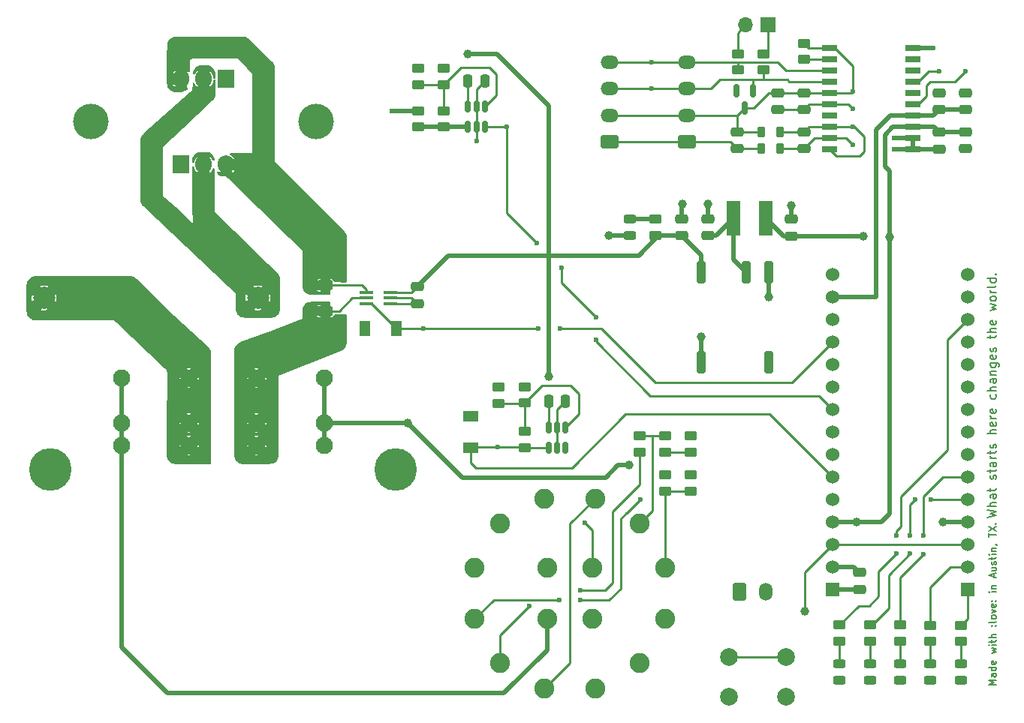
<source format=gbr>
%TF.GenerationSoftware,KiCad,Pcbnew,(6.0.1)*%
%TF.CreationDate,2022-02-07T20:05:20-06:00*%
%TF.ProjectId,IV Curve Tracer,49562043-7572-4766-9520-547261636572,1.2.0*%
%TF.SameCoordinates,Original*%
%TF.FileFunction,Copper,L1,Top*%
%TF.FilePolarity,Positive*%
%FSLAX46Y46*%
G04 Gerber Fmt 4.6, Leading zero omitted, Abs format (unit mm)*
G04 Created by KiCad (PCBNEW (6.0.1)) date 2022-02-07 20:05:20*
%MOMM*%
%LPD*%
G01*
G04 APERTURE LIST*
G04 Aperture macros list*
%AMRoundRect*
0 Rectangle with rounded corners*
0 $1 Rounding radius*
0 $2 $3 $4 $5 $6 $7 $8 $9 X,Y pos of 4 corners*
0 Add a 4 corners polygon primitive as box body*
4,1,4,$2,$3,$4,$5,$6,$7,$8,$9,$2,$3,0*
0 Add four circle primitives for the rounded corners*
1,1,$1+$1,$2,$3*
1,1,$1+$1,$4,$5*
1,1,$1+$1,$6,$7*
1,1,$1+$1,$8,$9*
0 Add four rect primitives between the rounded corners*
20,1,$1+$1,$2,$3,$4,$5,0*
20,1,$1+$1,$4,$5,$6,$7,0*
20,1,$1+$1,$6,$7,$8,$9,0*
20,1,$1+$1,$8,$9,$2,$3,0*%
G04 Aperture macros list end*
%ADD10C,0.150000*%
%TA.AperFunction,NonConductor*%
%ADD11C,0.150000*%
%TD*%
%TA.AperFunction,SMDPad,CuDef*%
%ADD12RoundRect,0.250000X0.450000X-0.262500X0.450000X0.262500X-0.450000X0.262500X-0.450000X-0.262500X0*%
%TD*%
%TA.AperFunction,SMDPad,CuDef*%
%ADD13R,1.500000X4.000000*%
%TD*%
%TA.AperFunction,ComponentPad*%
%ADD14R,1.905000X2.000000*%
%TD*%
%TA.AperFunction,ComponentPad*%
%ADD15O,1.905000X2.000000*%
%TD*%
%TA.AperFunction,SMDPad,CuDef*%
%ADD16RoundRect,0.250000X-0.450000X0.262500X-0.450000X-0.262500X0.450000X-0.262500X0.450000X0.262500X0*%
%TD*%
%TA.AperFunction,SMDPad,CuDef*%
%ADD17RoundRect,0.218750X-0.218750X-0.381250X0.218750X-0.381250X0.218750X0.381250X-0.218750X0.381250X0*%
%TD*%
%TA.AperFunction,SMDPad,CuDef*%
%ADD18RoundRect,0.243750X0.456250X-0.243750X0.456250X0.243750X-0.456250X0.243750X-0.456250X-0.243750X0*%
%TD*%
%TA.AperFunction,ComponentPad*%
%ADD19RoundRect,0.250001X-0.499999X-0.759999X0.499999X-0.759999X0.499999X0.759999X-0.499999X0.759999X0*%
%TD*%
%TA.AperFunction,ComponentPad*%
%ADD20O,1.500000X2.020000*%
%TD*%
%TA.AperFunction,ComponentPad*%
%ADD21R,1.530000X1.530000*%
%TD*%
%TA.AperFunction,ComponentPad*%
%ADD22C,1.530000*%
%TD*%
%TA.AperFunction,SMDPad,CuDef*%
%ADD23RoundRect,0.250000X0.475000X-0.250000X0.475000X0.250000X-0.475000X0.250000X-0.475000X-0.250000X0*%
%TD*%
%TA.AperFunction,SMDPad,CuDef*%
%ADD24RoundRect,0.250000X-0.475000X0.250000X-0.475000X-0.250000X0.475000X-0.250000X0.475000X0.250000X0*%
%TD*%
%TA.AperFunction,ComponentPad*%
%ADD25RoundRect,0.250001X0.759999X-0.499999X0.759999X0.499999X-0.759999X0.499999X-0.759999X-0.499999X0*%
%TD*%
%TA.AperFunction,ComponentPad*%
%ADD26O,2.020000X1.500000*%
%TD*%
%TA.AperFunction,ComponentPad*%
%ADD27R,1.700000X1.700000*%
%TD*%
%TA.AperFunction,ComponentPad*%
%ADD28O,1.700000X1.700000*%
%TD*%
%TA.AperFunction,SMDPad,CuDef*%
%ADD29R,1.300000X1.700000*%
%TD*%
%TA.AperFunction,SMDPad,CuDef*%
%ADD30RoundRect,0.150000X-0.150000X0.587500X-0.150000X-0.587500X0.150000X-0.587500X0.150000X0.587500X0*%
%TD*%
%TA.AperFunction,ComponentPad*%
%ADD31C,4.800000*%
%TD*%
%TA.AperFunction,ComponentPad*%
%ADD32C,1.950000*%
%TD*%
%TA.AperFunction,ComponentPad*%
%ADD33C,4.000000*%
%TD*%
%TA.AperFunction,SMDPad,CuDef*%
%ADD34R,1.800000X0.650000*%
%TD*%
%TA.AperFunction,SMDPad,CuDef*%
%ADD35RoundRect,0.150000X0.150000X-0.512500X0.150000X0.512500X-0.150000X0.512500X-0.150000X-0.512500X0*%
%TD*%
%TA.AperFunction,SMDPad,CuDef*%
%ADD36R,1.700000X1.300000*%
%TD*%
%TA.AperFunction,SMDPad,CuDef*%
%ADD37RoundRect,0.250000X0.250000X0.475000X-0.250000X0.475000X-0.250000X-0.475000X0.250000X-0.475000X0*%
%TD*%
%TA.AperFunction,SMDPad,CuDef*%
%ADD38R,1.500000X0.400000*%
%TD*%
%TA.AperFunction,ComponentPad*%
%ADD39C,2.500000*%
%TD*%
%TA.AperFunction,SMDPad,CuDef*%
%ADD40RoundRect,0.250000X0.625000X-0.312500X0.625000X0.312500X-0.625000X0.312500X-0.625000X-0.312500X0*%
%TD*%
%TA.AperFunction,ComponentPad*%
%ADD41C,2.250000*%
%TD*%
%TA.AperFunction,SMDPad,CuDef*%
%ADD42RoundRect,0.250000X-0.250000X-1.020000X0.250000X-1.020000X0.250000X1.020000X-0.250000X1.020000X0*%
%TD*%
%TA.AperFunction,ComponentPad*%
%ADD43C,2.000000*%
%TD*%
%TA.AperFunction,ViaPad*%
%ADD44C,0.600000*%
%TD*%
%TA.AperFunction,ViaPad*%
%ADD45C,1.000000*%
%TD*%
%TA.AperFunction,Conductor*%
%ADD46C,0.250000*%
%TD*%
%TA.AperFunction,Conductor*%
%ADD47C,0.500000*%
%TD*%
G04 APERTURE END LIST*
D10*
D11*
X142246893Y-103633368D02*
X141446893Y-103633368D01*
X142018322Y-103366701D01*
X141446893Y-103100034D01*
X142246893Y-103100034D01*
X142246893Y-102376225D02*
X141827846Y-102376225D01*
X141751655Y-102414320D01*
X141713560Y-102490511D01*
X141713560Y-102642892D01*
X141751655Y-102719082D01*
X142208798Y-102376225D02*
X142246893Y-102452415D01*
X142246893Y-102642892D01*
X142208798Y-102719082D01*
X142132608Y-102757177D01*
X142056417Y-102757177D01*
X141980227Y-102719082D01*
X141942131Y-102642892D01*
X141942131Y-102452415D01*
X141904036Y-102376225D01*
X142246893Y-101652415D02*
X141446893Y-101652415D01*
X142208798Y-101652415D02*
X142246893Y-101728606D01*
X142246893Y-101880987D01*
X142208798Y-101957177D01*
X142170703Y-101995273D01*
X142094512Y-102033368D01*
X141865941Y-102033368D01*
X141789750Y-101995273D01*
X141751655Y-101957177D01*
X141713560Y-101880987D01*
X141713560Y-101728606D01*
X141751655Y-101652415D01*
X142208798Y-100966701D02*
X142246893Y-101042892D01*
X142246893Y-101195273D01*
X142208798Y-101271463D01*
X142132608Y-101309558D01*
X141827846Y-101309558D01*
X141751655Y-101271463D01*
X141713560Y-101195273D01*
X141713560Y-101042892D01*
X141751655Y-100966701D01*
X141827846Y-100928606D01*
X141904036Y-100928606D01*
X141980227Y-101309558D01*
X141713560Y-100052415D02*
X142246893Y-99900034D01*
X141865941Y-99747654D01*
X142246893Y-99595273D01*
X141713560Y-99442892D01*
X142246893Y-99138130D02*
X141713560Y-99138130D01*
X141446893Y-99138130D02*
X141484989Y-99176225D01*
X141523084Y-99138130D01*
X141484989Y-99100034D01*
X141446893Y-99138130D01*
X141523084Y-99138130D01*
X141713560Y-98871463D02*
X141713560Y-98566701D01*
X141446893Y-98757177D02*
X142132608Y-98757177D01*
X142208798Y-98719082D01*
X142246893Y-98642892D01*
X142246893Y-98566701D01*
X142246893Y-98300034D02*
X141446893Y-98300034D01*
X142246893Y-97957177D02*
X141827846Y-97957177D01*
X141751655Y-97995273D01*
X141713560Y-98071463D01*
X141713560Y-98185749D01*
X141751655Y-98261939D01*
X141789750Y-98300034D01*
X142170703Y-96966701D02*
X142208798Y-96928606D01*
X142246893Y-96966701D01*
X142208798Y-97004796D01*
X142170703Y-96966701D01*
X142246893Y-96966701D01*
X141751655Y-96966701D02*
X141789750Y-96928606D01*
X141827846Y-96966701D01*
X141789750Y-97004796D01*
X141751655Y-96966701D01*
X141827846Y-96966701D01*
X142246893Y-96471463D02*
X142208798Y-96547654D01*
X142132608Y-96585749D01*
X141446893Y-96585749D01*
X142246893Y-96052415D02*
X142208798Y-96128606D01*
X142170703Y-96166701D01*
X142094512Y-96204796D01*
X141865941Y-96204796D01*
X141789750Y-96166701D01*
X141751655Y-96128606D01*
X141713560Y-96052415D01*
X141713560Y-95938130D01*
X141751655Y-95861939D01*
X141789750Y-95823844D01*
X141865941Y-95785749D01*
X142094512Y-95785749D01*
X142170703Y-95823844D01*
X142208798Y-95861939D01*
X142246893Y-95938130D01*
X142246893Y-96052415D01*
X141713560Y-95519082D02*
X142246893Y-95328606D01*
X141713560Y-95138130D01*
X142208798Y-94528606D02*
X142246893Y-94604796D01*
X142246893Y-94757177D01*
X142208798Y-94833368D01*
X142132608Y-94871463D01*
X141827846Y-94871463D01*
X141751655Y-94833368D01*
X141713560Y-94757177D01*
X141713560Y-94604796D01*
X141751655Y-94528606D01*
X141827846Y-94490511D01*
X141904036Y-94490511D01*
X141980227Y-94871463D01*
X142170703Y-94147654D02*
X142208798Y-94109558D01*
X142246893Y-94147654D01*
X142208798Y-94185749D01*
X142170703Y-94147654D01*
X142246893Y-94147654D01*
X141751655Y-94147654D02*
X141789750Y-94109558D01*
X141827846Y-94147654D01*
X141789750Y-94185749D01*
X141751655Y-94147654D01*
X141827846Y-94147654D01*
X142246893Y-93157177D02*
X141713560Y-93157177D01*
X141446893Y-93157177D02*
X141484989Y-93195273D01*
X141523084Y-93157177D01*
X141484989Y-93119082D01*
X141446893Y-93157177D01*
X141523084Y-93157177D01*
X141713560Y-92776225D02*
X142246893Y-92776225D01*
X141789750Y-92776225D02*
X141751655Y-92738130D01*
X141713560Y-92661939D01*
X141713560Y-92547654D01*
X141751655Y-92471463D01*
X141827846Y-92433368D01*
X142246893Y-92433368D01*
X142018322Y-91480987D02*
X142018322Y-91100034D01*
X142246893Y-91557177D02*
X141446893Y-91290511D01*
X142246893Y-91023844D01*
X141713560Y-90414320D02*
X142246893Y-90414320D01*
X141713560Y-90757177D02*
X142132608Y-90757177D01*
X142208798Y-90719082D01*
X142246893Y-90642892D01*
X142246893Y-90528606D01*
X142208798Y-90452415D01*
X142170703Y-90414320D01*
X142208798Y-90071463D02*
X142246893Y-89995273D01*
X142246893Y-89842892D01*
X142208798Y-89766701D01*
X142132608Y-89728606D01*
X142094512Y-89728606D01*
X142018322Y-89766701D01*
X141980227Y-89842892D01*
X141980227Y-89957177D01*
X141942131Y-90033368D01*
X141865941Y-90071463D01*
X141827846Y-90071463D01*
X141751655Y-90033368D01*
X141713560Y-89957177D01*
X141713560Y-89842892D01*
X141751655Y-89766701D01*
X141713560Y-89500034D02*
X141713560Y-89195273D01*
X141446893Y-89385749D02*
X142132608Y-89385749D01*
X142208798Y-89347654D01*
X142246893Y-89271463D01*
X142246893Y-89195273D01*
X142246893Y-88928606D02*
X141713560Y-88928606D01*
X141446893Y-88928606D02*
X141484989Y-88966701D01*
X141523084Y-88928606D01*
X141484989Y-88890511D01*
X141446893Y-88928606D01*
X141523084Y-88928606D01*
X141713560Y-88547654D02*
X142246893Y-88547654D01*
X141789750Y-88547654D02*
X141751655Y-88509558D01*
X141713560Y-88433368D01*
X141713560Y-88319082D01*
X141751655Y-88242892D01*
X141827846Y-88204796D01*
X142246893Y-88204796D01*
X142208798Y-87785749D02*
X142246893Y-87785749D01*
X142323084Y-87823844D01*
X142361179Y-87861939D01*
X141446893Y-86947654D02*
X141446893Y-86490511D01*
X142246893Y-86719082D02*
X141446893Y-86719082D01*
X141446893Y-86300034D02*
X142246893Y-85766701D01*
X141446893Y-85766701D02*
X142246893Y-86300034D01*
X142170703Y-85461939D02*
X142208798Y-85423844D01*
X142246893Y-85461939D01*
X142208798Y-85500034D01*
X142170703Y-85461939D01*
X142246893Y-85461939D01*
D10*
D11*
X141267369Y-84719558D02*
X142267369Y-84481463D01*
X141553084Y-84290987D01*
X142267369Y-84100511D01*
X141267369Y-83862415D01*
X142267369Y-83481463D02*
X141267369Y-83481463D01*
X142267369Y-83052892D02*
X141743560Y-83052892D01*
X141648322Y-83100511D01*
X141600703Y-83195749D01*
X141600703Y-83338606D01*
X141648322Y-83433844D01*
X141695941Y-83481463D01*
X142267369Y-82148130D02*
X141743560Y-82148130D01*
X141648322Y-82195749D01*
X141600703Y-82290987D01*
X141600703Y-82481463D01*
X141648322Y-82576701D01*
X142219750Y-82148130D02*
X142267369Y-82243368D01*
X142267369Y-82481463D01*
X142219750Y-82576701D01*
X142124512Y-82624320D01*
X142029274Y-82624320D01*
X141934036Y-82576701D01*
X141886417Y-82481463D01*
X141886417Y-82243368D01*
X141838798Y-82148130D01*
X141600703Y-81814796D02*
X141600703Y-81433844D01*
X141267369Y-81671939D02*
X142124512Y-81671939D01*
X142219750Y-81624320D01*
X142267369Y-81529082D01*
X142267369Y-81433844D01*
X142219750Y-80386225D02*
X142267369Y-80290987D01*
X142267369Y-80100511D01*
X142219750Y-80005273D01*
X142124512Y-79957654D01*
X142076893Y-79957654D01*
X141981655Y-80005273D01*
X141934036Y-80100511D01*
X141934036Y-80243368D01*
X141886417Y-80338606D01*
X141791179Y-80386225D01*
X141743560Y-80386225D01*
X141648322Y-80338606D01*
X141600703Y-80243368D01*
X141600703Y-80100511D01*
X141648322Y-80005273D01*
X141600703Y-79671939D02*
X141600703Y-79290987D01*
X141267369Y-79529082D02*
X142124512Y-79529082D01*
X142219750Y-79481463D01*
X142267369Y-79386225D01*
X142267369Y-79290987D01*
X142267369Y-78529082D02*
X141743560Y-78529082D01*
X141648322Y-78576701D01*
X141600703Y-78671939D01*
X141600703Y-78862415D01*
X141648322Y-78957654D01*
X142219750Y-78529082D02*
X142267369Y-78624320D01*
X142267369Y-78862415D01*
X142219750Y-78957654D01*
X142124512Y-79005273D01*
X142029274Y-79005273D01*
X141934036Y-78957654D01*
X141886417Y-78862415D01*
X141886417Y-78624320D01*
X141838798Y-78529082D01*
X142267369Y-78052892D02*
X141600703Y-78052892D01*
X141791179Y-78052892D02*
X141695941Y-78005273D01*
X141648322Y-77957654D01*
X141600703Y-77862415D01*
X141600703Y-77767177D01*
X141600703Y-77576701D02*
X141600703Y-77195749D01*
X141267369Y-77433844D02*
X142124512Y-77433844D01*
X142219750Y-77386225D01*
X142267369Y-77290987D01*
X142267369Y-77195749D01*
X142219750Y-76910034D02*
X142267369Y-76814796D01*
X142267369Y-76624320D01*
X142219750Y-76529082D01*
X142124512Y-76481463D01*
X142076893Y-76481463D01*
X141981655Y-76529082D01*
X141934036Y-76624320D01*
X141934036Y-76767177D01*
X141886417Y-76862415D01*
X141791179Y-76910034D01*
X141743560Y-76910034D01*
X141648322Y-76862415D01*
X141600703Y-76767177D01*
X141600703Y-76624320D01*
X141648322Y-76529082D01*
X142267369Y-75290987D02*
X141267369Y-75290987D01*
X142267369Y-74862415D02*
X141743560Y-74862415D01*
X141648322Y-74910034D01*
X141600703Y-75005273D01*
X141600703Y-75148130D01*
X141648322Y-75243368D01*
X141695941Y-75290987D01*
X142219750Y-74005273D02*
X142267369Y-74100511D01*
X142267369Y-74290987D01*
X142219750Y-74386225D01*
X142124512Y-74433844D01*
X141743560Y-74433844D01*
X141648322Y-74386225D01*
X141600703Y-74290987D01*
X141600703Y-74100511D01*
X141648322Y-74005273D01*
X141743560Y-73957654D01*
X141838798Y-73957654D01*
X141934036Y-74433844D01*
X142267369Y-73529082D02*
X141600703Y-73529082D01*
X141791179Y-73529082D02*
X141695941Y-73481463D01*
X141648322Y-73433844D01*
X141600703Y-73338606D01*
X141600703Y-73243368D01*
X142219750Y-72529082D02*
X142267369Y-72624320D01*
X142267369Y-72814796D01*
X142219750Y-72910034D01*
X142124512Y-72957654D01*
X141743560Y-72957654D01*
X141648322Y-72910034D01*
X141600703Y-72814796D01*
X141600703Y-72624320D01*
X141648322Y-72529082D01*
X141743560Y-72481463D01*
X141838798Y-72481463D01*
X141934036Y-72957654D01*
X142219750Y-70862415D02*
X142267369Y-70957654D01*
X142267369Y-71148130D01*
X142219750Y-71243368D01*
X142172131Y-71290987D01*
X142076893Y-71338606D01*
X141791179Y-71338606D01*
X141695941Y-71290987D01*
X141648322Y-71243368D01*
X141600703Y-71148130D01*
X141600703Y-70957654D01*
X141648322Y-70862415D01*
X142267369Y-70433844D02*
X141267369Y-70433844D01*
X142267369Y-70005273D02*
X141743560Y-70005273D01*
X141648322Y-70052892D01*
X141600703Y-70148130D01*
X141600703Y-70290987D01*
X141648322Y-70386225D01*
X141695941Y-70433844D01*
X142267369Y-69100511D02*
X141743560Y-69100511D01*
X141648322Y-69148130D01*
X141600703Y-69243368D01*
X141600703Y-69433844D01*
X141648322Y-69529082D01*
X142219750Y-69100511D02*
X142267369Y-69195749D01*
X142267369Y-69433844D01*
X142219750Y-69529082D01*
X142124512Y-69576701D01*
X142029274Y-69576701D01*
X141934036Y-69529082D01*
X141886417Y-69433844D01*
X141886417Y-69195749D01*
X141838798Y-69100511D01*
X141600703Y-68624320D02*
X142267369Y-68624320D01*
X141695941Y-68624320D02*
X141648322Y-68576701D01*
X141600703Y-68481463D01*
X141600703Y-68338606D01*
X141648322Y-68243368D01*
X141743560Y-68195749D01*
X142267369Y-68195749D01*
X141600703Y-67290987D02*
X142410227Y-67290987D01*
X142505465Y-67338606D01*
X142553084Y-67386225D01*
X142600703Y-67481463D01*
X142600703Y-67624320D01*
X142553084Y-67719558D01*
X142219750Y-67290987D02*
X142267369Y-67386225D01*
X142267369Y-67576701D01*
X142219750Y-67671939D01*
X142172131Y-67719558D01*
X142076893Y-67767177D01*
X141791179Y-67767177D01*
X141695941Y-67719558D01*
X141648322Y-67671939D01*
X141600703Y-67576701D01*
X141600703Y-67386225D01*
X141648322Y-67290987D01*
X142219750Y-66433844D02*
X142267369Y-66529082D01*
X142267369Y-66719558D01*
X142219750Y-66814796D01*
X142124512Y-66862415D01*
X141743560Y-66862415D01*
X141648322Y-66814796D01*
X141600703Y-66719558D01*
X141600703Y-66529082D01*
X141648322Y-66433844D01*
X141743560Y-66386225D01*
X141838798Y-66386225D01*
X141934036Y-66862415D01*
X142219750Y-66005273D02*
X142267369Y-65910034D01*
X142267369Y-65719558D01*
X142219750Y-65624320D01*
X142124512Y-65576701D01*
X142076893Y-65576701D01*
X141981655Y-65624320D01*
X141934036Y-65719558D01*
X141934036Y-65862415D01*
X141886417Y-65957654D01*
X141791179Y-66005273D01*
X141743560Y-66005273D01*
X141648322Y-65957654D01*
X141600703Y-65862415D01*
X141600703Y-65719558D01*
X141648322Y-65624320D01*
X141600703Y-64529082D02*
X141600703Y-64148130D01*
X141267369Y-64386225D02*
X142124512Y-64386225D01*
X142219750Y-64338606D01*
X142267369Y-64243368D01*
X142267369Y-64148130D01*
X142267369Y-63814796D02*
X141267369Y-63814796D01*
X142267369Y-63386225D02*
X141743560Y-63386225D01*
X141648322Y-63433844D01*
X141600703Y-63529082D01*
X141600703Y-63671939D01*
X141648322Y-63767177D01*
X141695941Y-63814796D01*
X142219750Y-62529082D02*
X142267369Y-62624320D01*
X142267369Y-62814796D01*
X142219750Y-62910034D01*
X142124512Y-62957654D01*
X141743560Y-62957654D01*
X141648322Y-62910034D01*
X141600703Y-62814796D01*
X141600703Y-62624320D01*
X141648322Y-62529082D01*
X141743560Y-62481463D01*
X141838798Y-62481463D01*
X141934036Y-62957654D01*
X141600703Y-61386225D02*
X142267369Y-61195749D01*
X141791179Y-61005273D01*
X142267369Y-60814796D01*
X141600703Y-60624320D01*
X142267369Y-60100511D02*
X142219750Y-60195749D01*
X142172131Y-60243368D01*
X142076893Y-60290987D01*
X141791179Y-60290987D01*
X141695941Y-60243368D01*
X141648322Y-60195749D01*
X141600703Y-60100511D01*
X141600703Y-59957654D01*
X141648322Y-59862415D01*
X141695941Y-59814796D01*
X141791179Y-59767177D01*
X142076893Y-59767177D01*
X142172131Y-59814796D01*
X142219750Y-59862415D01*
X142267369Y-59957654D01*
X142267369Y-60100511D01*
X142267369Y-59338606D02*
X141600703Y-59338606D01*
X141791179Y-59338606D02*
X141695941Y-59290987D01*
X141648322Y-59243368D01*
X141600703Y-59148130D01*
X141600703Y-59052892D01*
X142267369Y-58576701D02*
X142219750Y-58671939D01*
X142124512Y-58719558D01*
X141267369Y-58719558D01*
X142267369Y-57767177D02*
X141267369Y-57767177D01*
X142219750Y-57767177D02*
X142267369Y-57862415D01*
X142267369Y-58052892D01*
X142219750Y-58148130D01*
X142172131Y-58195749D01*
X142076893Y-58243368D01*
X141791179Y-58243368D01*
X141695941Y-58195749D01*
X141648322Y-58148130D01*
X141600703Y-58052892D01*
X141600703Y-57862415D01*
X141648322Y-57767177D01*
X142172131Y-57290987D02*
X142219750Y-57243368D01*
X142267369Y-57290987D01*
X142219750Y-57338606D01*
X142172131Y-57290987D01*
X142267369Y-57290987D01*
D12*
%TO.P,R9,1*%
%TO.N,Net-(R8-Pad2)*%
X107821789Y-77365854D03*
%TO.P,R9,2*%
%TO.N,GND*%
X107821789Y-75540854D03*
%TD*%
D13*
%TO.P,L1,1*%
%TO.N,+5V*%
X116249989Y-50952654D03*
%TO.P,L1,2*%
%TO.N,Net-(C3-Pad1)*%
X112649989Y-50952654D03*
%TD*%
D14*
%TO.P,Q1,1,G*%
%TO.N,/Gate*%
X55414989Y-35228880D03*
D15*
%TO.P,Q1,2,D*%
%TO.N,Net-(F1-Pad1)*%
X52874989Y-35228880D03*
%TO.P,Q1,3,S*%
%TO.N,Net-(Q1-Pad3)*%
X50334989Y-35228880D03*
%TD*%
D16*
%TO.P,R21,1*%
%TO.N,Net-(JP1-Pad2)*%
X113137489Y-32392654D03*
%TO.P,R21,2*%
%TO.N,Net-(J3-Pad4)*%
X113137489Y-34217654D03*
%TD*%
D12*
%TO.P,R20,1*%
%TO.N,Net-(J3-Pad3)*%
X116037489Y-34222654D03*
%TO.P,R20,2*%
%TO.N,Net-(JP1-Pad1)*%
X116037489Y-32397654D03*
%TD*%
D17*
%TO.P,L2,1*%
%TO.N,Net-(C13-Pad1)*%
X115772489Y-43127654D03*
%TO.P,L2,2*%
%TO.N,Net-(C12-Pad1)*%
X117897489Y-43127654D03*
%TD*%
%TO.P,L3,1*%
%TO.N,Net-(C13-Pad2)*%
X115757489Y-41217654D03*
%TO.P,L3,2*%
%TO.N,Net-(C12-Pad2)*%
X117882489Y-41217654D03*
%TD*%
D12*
%TO.P,R19,1*%
%TO.N,Net-(R19-Pad1)*%
X120592489Y-33020154D03*
%TO.P,R19,2*%
%TO.N,Net-(C13-Pad2)*%
X120592489Y-31195154D03*
%TD*%
D18*
%TO.P,LED1,1,K*%
%TO.N,GND*%
X138289989Y-103120154D03*
%TO.P,LED1,2,A*%
%TO.N,Net-(LED1-Pad2)*%
X138289989Y-101245154D03*
%TD*%
D19*
%TO.P,J1,1,Pin_1*%
%TO.N,GND*%
X113269989Y-93162654D03*
D20*
%TO.P,J1,2,Pin_2*%
%TO.N,+9V*%
X116269989Y-93162654D03*
%TD*%
D21*
%TO.P,U1,1,D1*%
%TO.N,/Heartbeat*%
X139024989Y-92872654D03*
D22*
%TO.P,U1,2,D0*%
%TO.N,/Scanning*%
X139024989Y-90332654D03*
%TO.P,U1,3,RST*%
%TO.N,/Reset*%
X139024989Y-87792654D03*
%TO.P,U1,4,GND*%
%TO.N,GND*%
X139024989Y-85252654D03*
%TO.P,U1,5,D2*%
%TO.N,/CAN_Tx*%
X139024989Y-82712654D03*
%TO.P,U1,6,D3*%
%TO.N,/Error*%
X139024989Y-80172654D03*
%TO.P,U1,7,D4*%
%TO.N,unconnected-(U1-Pad7)*%
X139024989Y-77632654D03*
%TO.P,U1,8,D5*%
%TO.N,unconnected-(U1-Pad8)*%
X139024989Y-75092654D03*
%TO.P,U1,9,D6*%
%TO.N,unconnected-(U1-Pad9)*%
X139024989Y-72552654D03*
%TO.P,U1,10,D7*%
%TO.N,unconnected-(U1-Pad10)*%
X139024989Y-70012654D03*
%TO.P,U1,11,D8*%
%TO.N,unconnected-(U1-Pad11)*%
X139024989Y-67472654D03*
%TO.P,U1,12,D9*%
%TO.N,unconnected-(U1-Pad12)*%
X139024989Y-64932654D03*
%TO.P,U1,13,D10*%
%TO.N,/CAN_Rx*%
X139024989Y-62392654D03*
%TO.P,U1,14,D11*%
%TO.N,unconnected-(U1-Pad14)*%
X139024989Y-59852654D03*
%TO.P,U1,15,D12*%
%TO.N,unconnected-(U1-Pad15)*%
X139024989Y-57312654D03*
%TO.P,U1,16,D13*%
%TO.N,unconnected-(U1-Pad16)*%
X123784989Y-57312654D03*
%TO.P,U1,17,+3V3*%
%TO.N,+3V3*%
X123784989Y-59852654D03*
%TO.P,U1,18,AREF*%
%TO.N,unconnected-(U1-Pad18)*%
X123784989Y-62392654D03*
%TO.P,U1,19,A0*%
%TO.N,/Array_Current*%
X123784989Y-64932654D03*
%TO.P,U1,20,A1*%
%TO.N,unconnected-(U1-Pad20)*%
X123784989Y-67472654D03*
%TO.P,U1,21,A2*%
%TO.N,unconnected-(U1-Pad21)*%
X123784989Y-70012654D03*
%TO.P,U1,22,A3*%
%TO.N,/DAC_Control*%
X123784989Y-72552654D03*
%TO.P,U1,23,A4*%
%TO.N,unconnected-(U1-Pad23)*%
X123784989Y-75092654D03*
%TO.P,U1,24,A5*%
%TO.N,unconnected-(U1-Pad24)*%
X123784989Y-77632654D03*
%TO.P,U1,25,A6*%
%TO.N,/Array_Voltage*%
X123784989Y-80172654D03*
%TO.P,U1,26,A7*%
%TO.N,unconnected-(U1-Pad26)*%
X123784989Y-82712654D03*
%TO.P,U1,27,+5V*%
%TO.N,+5V*%
X123784989Y-85252654D03*
%TO.P,U1,28,RST*%
%TO.N,/Reset*%
X123784989Y-87792654D03*
%TO.P,U1,29,GND*%
%TO.N,GND*%
X123784989Y-90332654D03*
D21*
%TO.P,U1,30,VIN*%
%TO.N,+9V*%
X123784989Y-92872654D03*
%TD*%
D23*
%TO.P,C11,1*%
%TO.N,+3V3*%
X135817489Y-38707654D03*
%TO.P,C11,2*%
%TO.N,GND*%
X135817489Y-36807654D03*
%TD*%
D24*
%TO.P,C8,1*%
%TO.N,+5V*%
X138797489Y-41227654D03*
%TO.P,C8,2*%
%TO.N,GND*%
X138797489Y-43127654D03*
%TD*%
D25*
%TO.P,J4,1,5V*%
%TO.N,Net-(C13-Pad1)*%
X98637489Y-42327654D03*
D26*
%TO.P,J4,2,GND*%
%TO.N,Net-(C13-Pad2)*%
X98637489Y-39327654D03*
%TO.P,J4,3,CAN_H*%
%TO.N,Net-(J3-Pad3)*%
X98637489Y-36327654D03*
%TO.P,J4,4,CAN_L*%
%TO.N,Net-(J3-Pad4)*%
X98637489Y-33327654D03*
%TD*%
D12*
%TO.P,R16,1*%
%TO.N,Net-(R16-Pad1)*%
X79934989Y-35850154D03*
%TO.P,R16,2*%
%TO.N,GND*%
X79934989Y-34025154D03*
%TD*%
D27*
%TO.P,JP1,1,A*%
%TO.N,Net-(JP1-Pad1)*%
X116557489Y-29132654D03*
D28*
%TO.P,JP1,2,B*%
%TO.N,Net-(JP1-Pad2)*%
X114017489Y-29132654D03*
%TD*%
D23*
%TO.P,C15,1*%
%TO.N,Net-(C13-Pad1)*%
X120587489Y-38712654D03*
%TO.P,C15,2*%
%TO.N,Net-(C13-Pad2)*%
X120587489Y-36812654D03*
%TD*%
D14*
%TO.P,Q2,1,G*%
%TO.N,/Gate*%
X50339989Y-44888880D03*
D15*
%TO.P,Q2,2,D*%
%TO.N,Net-(F1-Pad1)*%
X52879989Y-44888880D03*
%TO.P,Q2,3,S*%
%TO.N,Net-(Q1-Pad3)*%
X55419989Y-44888880D03*
%TD*%
D23*
%TO.P,C9,1*%
%TO.N,GND*%
X135827489Y-43132654D03*
%TO.P,C9,2*%
%TO.N,+5V*%
X135827489Y-41232654D03*
%TD*%
D12*
%TO.P,R6,1*%
%TO.N,+9VA*%
X103839989Y-52907654D03*
%TO.P,R6,2*%
%TO.N,Net-(LED6-Pad2)*%
X103839989Y-51082654D03*
%TD*%
D29*
%TO.P,D1,1,K*%
%TO.N,/Array_Current*%
X74584989Y-63402654D03*
%TO.P,D1,2,A*%
%TO.N,GND*%
X71084989Y-63402654D03*
%TD*%
D23*
%TO.P,C13,1*%
%TO.N,Net-(C13-Pad1)*%
X113087489Y-43117654D03*
%TO.P,C13,2*%
%TO.N,Net-(C13-Pad2)*%
X113087489Y-41217654D03*
%TD*%
D12*
%TO.P,R13,1*%
%TO.N,Net-(R13-Pad1)*%
X89052489Y-71828744D03*
%TO.P,R13,2*%
%TO.N,GND*%
X89052489Y-70003744D03*
%TD*%
D23*
%TO.P,C4,1*%
%TO.N,+9VA*%
X106799989Y-52907654D03*
%TO.P,C4,2*%
%TO.N,GND*%
X106799989Y-51007654D03*
%TD*%
D12*
%TO.P,R18,1*%
%TO.N,Net-(R16-Pad1)*%
X77049989Y-35865154D03*
%TO.P,R18,2*%
%TO.N,GND*%
X77049989Y-34040154D03*
%TD*%
D30*
%TO.P,U7,1,CAN_H*%
%TO.N,Net-(J3-Pad3)*%
X114842489Y-36605154D03*
%TO.P,U7,2,CAN_L*%
%TO.N,Net-(J3-Pad4)*%
X112942489Y-36605154D03*
%TO.P,U7,3,GND*%
%TO.N,Net-(C13-Pad2)*%
X113892489Y-38480154D03*
%TD*%
D31*
%TO.P,J2,*%
%TO.N,*%
X35559989Y-79343880D03*
X74539989Y-79343880D03*
D32*
%TO.P,J2,1,1*%
%TO.N,Net-(J2-Pad1)*%
X43619989Y-76623880D03*
%TO.P,J2,2,2*%
X43619989Y-74083880D03*
%TO.P,J2,3,3*%
X43619989Y-69003880D03*
%TO.P,J2,4,4*%
%TO.N,Net-(F1-Pad2)*%
X51239989Y-76623880D03*
%TO.P,J2,5,5*%
X51239989Y-74083880D03*
%TO.P,J2,6,6*%
X51239989Y-69003880D03*
%TO.P,J2,7,7*%
%TO.N,Net-(J2-Pad7)*%
X58859989Y-76623880D03*
%TO.P,J2,8,8*%
X58859989Y-74083880D03*
%TO.P,J2,9,9*%
X58859989Y-69003880D03*
%TO.P,J2,10,10*%
%TO.N,GND*%
X66479989Y-76623880D03*
%TO.P,J2,11,11*%
X66479989Y-74083880D03*
%TO.P,J2,12,12*%
X66479989Y-69003880D03*
%TD*%
D12*
%TO.P,R2,1*%
%TO.N,Net-(LED2-Pad2)*%
X134824989Y-98725154D03*
%TO.P,R2,2*%
%TO.N,/Scanning*%
X134824989Y-96900154D03*
%TD*%
%TO.P,R5,1*%
%TO.N,Net-(LED5-Pad2)*%
X131419989Y-98715154D03*
%TO.P,R5,2*%
%TO.N,/Error*%
X131419989Y-96890154D03*
%TD*%
D25*
%TO.P,J3,1,5V*%
%TO.N,Net-(C13-Pad1)*%
X107402489Y-42337654D03*
D26*
%TO.P,J3,2,GND*%
%TO.N,Net-(C13-Pad2)*%
X107402489Y-39337654D03*
%TO.P,J3,3,CAN_H*%
%TO.N,Net-(J3-Pad3)*%
X107402489Y-36337654D03*
%TO.P,J3,4,CAN_L*%
%TO.N,Net-(J3-Pad4)*%
X107402489Y-33337654D03*
%TD*%
D33*
%TO.P,HS1,1*%
%TO.N,N/C*%
X65579989Y-40078880D03*
X40179989Y-40078880D03*
%TD*%
D23*
%TO.P,C12,1*%
%TO.N,Net-(C12-Pad1)*%
X120587489Y-43117654D03*
%TO.P,C12,2*%
%TO.N,Net-(C12-Pad2)*%
X120587489Y-41217654D03*
%TD*%
D24*
%TO.P,C14,1*%
%TO.N,Net-(C13-Pad2)*%
X117627489Y-36807654D03*
%TO.P,C14,2*%
%TO.N,Net-(C13-Pad1)*%
X117627489Y-38707654D03*
%TD*%
D34*
%TO.P,U6,1,GND_In*%
%TO.N,GND*%
X132902489Y-43167654D03*
%TO.P,U6,2,GND_In*%
X132902489Y-41897654D03*
%TO.P,U6,3,V_In*%
%TO.N,+5V*%
X132902489Y-40627654D03*
%TO.P,U6,4,V_IO*%
%TO.N,+3V3*%
X132902489Y-39357654D03*
%TO.P,U6,5,RX*%
%TO.N,/CAN_Rx*%
X132902489Y-38087654D03*
%TO.P,U6,6,SILENT*%
%TO.N,unconnected-(U6-Pad6)*%
X132902489Y-36817654D03*
%TO.P,U6,7,TX*%
%TO.N,/CAN_Tx*%
X132902489Y-35547654D03*
%TO.P,U6,8,STDBY*%
%TO.N,unconnected-(U6-Pad8)*%
X132902489Y-34277654D03*
%TO.P,U6,9,AUX_In*%
%TO.N,unconnected-(U6-Pad9)*%
X132902489Y-33007654D03*
%TO.P,U6,10,GND_In*%
%TO.N,GND*%
X132902489Y-31737654D03*
%TO.P,U6,11,GND_ISO_In*%
%TO.N,Net-(C13-Pad2)*%
X123452489Y-31737654D03*
%TO.P,U6,12,RS*%
%TO.N,Net-(R19-Pad1)*%
X123452489Y-33007654D03*
%TO.P,U6,13,CAN_L*%
%TO.N,Net-(J3-Pad4)*%
X123452489Y-34277654D03*
%TO.P,U6,14,CAN_H*%
%TO.N,Net-(J3-Pad3)*%
X123452489Y-35547654D03*
%TO.P,U6,15,GND_ISO_In*%
%TO.N,Net-(C13-Pad2)*%
X123452489Y-36817654D03*
%TO.P,U6,16,V_ISO_In*%
%TO.N,Net-(C13-Pad1)*%
X123452489Y-38087654D03*
%TO.P,U6,17,AUX_Out*%
%TO.N,unconnected-(U6-Pad17)*%
X123452489Y-39357654D03*
%TO.P,U6,18,GND_ISO_Out*%
%TO.N,Net-(C12-Pad2)*%
X123452489Y-40627654D03*
%TO.P,U6,19,V_ISO_Out*%
%TO.N,Net-(C12-Pad1)*%
X123452489Y-41897654D03*
%TO.P,U6,20,GND_ISO_Out*%
%TO.N,Net-(C12-Pad2)*%
X123452489Y-43167654D03*
%TD*%
D18*
%TO.P,LED3,1,K*%
%TO.N,GND*%
X124609989Y-103097654D03*
%TO.P,LED3,2,A*%
%TO.N,Net-(LED3-Pad2)*%
X124609989Y-101222654D03*
%TD*%
D35*
%TO.P,U4,1*%
%TO.N,/Array_Voltage*%
X91787489Y-76833744D03*
%TO.P,U4,2,V-*%
%TO.N,GND*%
X92737489Y-76833744D03*
%TO.P,U4,3,+*%
%TO.N,/Voltage_Sense*%
X93687489Y-76833744D03*
%TO.P,U4,4,-*%
%TO.N,Net-(R13-Pad1)*%
X93687489Y-74558744D03*
%TO.P,U4,5,~{SHDN}*%
%TO.N,GND*%
X92737489Y-74558744D03*
%TO.P,U4,6,V+*%
%TO.N,+9VA*%
X91787489Y-74558744D03*
%TD*%
D16*
%TO.P,R8,1*%
%TO.N,Net-(R7-Pad2)*%
X104931789Y-75540854D03*
%TO.P,R8,2*%
%TO.N,Net-(R8-Pad2)*%
X104931789Y-77365854D03*
%TD*%
D23*
%TO.P,C3,1*%
%TO.N,Net-(C3-Pad1)*%
X109739989Y-52927654D03*
%TO.P,C3,2*%
%TO.N,GND*%
X109739989Y-51027654D03*
%TD*%
D18*
%TO.P,LED2,1,K*%
%TO.N,GND*%
X134834989Y-103120154D03*
%TO.P,LED2,2,A*%
%TO.N,Net-(LED2-Pad2)*%
X134834989Y-101245154D03*
%TD*%
D36*
%TO.P,D2,1,K*%
%TO.N,/Array_Voltage*%
X82982489Y-76828744D03*
%TO.P,D2,2,A*%
%TO.N,GND*%
X82982489Y-73328744D03*
%TD*%
D24*
%TO.P,C10,1*%
%TO.N,GND*%
X138822489Y-36802654D03*
%TO.P,C10,2*%
%TO.N,+3V3*%
X138822489Y-38702654D03*
%TD*%
D12*
%TO.P,R15,1*%
%TO.N,Net-(R13-Pad1)*%
X86094989Y-71856244D03*
%TO.P,R15,2*%
%TO.N,GND*%
X86094989Y-70031244D03*
%TD*%
D37*
%TO.P,C7,1*%
%TO.N,GND*%
X84589989Y-35475154D03*
%TO.P,C7,2*%
%TO.N,+9VA*%
X82689989Y-35475154D03*
%TD*%
D38*
%TO.P,U3,1,REF*%
%TO.N,GND*%
X73929989Y-60612654D03*
%TO.P,U3,2,V-*%
X73929989Y-59962654D03*
%TO.P,U3,3,V+*%
%TO.N,+9VA*%
X73929989Y-59312654D03*
%TO.P,U3,4,+*%
%TO.N,Net-(Q1-Pad3)*%
X71269989Y-59312654D03*
%TO.P,U3,5,-*%
%TO.N,Net-(J2-Pad7)*%
X71269989Y-59962654D03*
%TO.P,U3,6*%
%TO.N,/Array_Current*%
X71269989Y-60612654D03*
%TD*%
D12*
%TO.P,R4,1*%
%TO.N,Net-(LED4-Pad2)*%
X128004989Y-98702654D03*
%TO.P,R4,2*%
%TO.N,/CAN_Tx*%
X128004989Y-96877654D03*
%TD*%
%TO.P,R7,1*%
%TO.N,Net-(R7-Pad1)*%
X102031789Y-77365854D03*
%TO.P,R7,2*%
%TO.N,Net-(R7-Pad2)*%
X102031789Y-75540854D03*
%TD*%
D35*
%TO.P,U5,1*%
%TO.N,Net-(R17-Pad1)*%
X82689989Y-40637654D03*
%TO.P,U5,2,V-*%
%TO.N,GND*%
X83639989Y-40637654D03*
%TO.P,U5,3,+*%
%TO.N,/DAC_Control*%
X84589989Y-40637654D03*
%TO.P,U5,4,-*%
%TO.N,Net-(R16-Pad1)*%
X84589989Y-38362654D03*
%TO.P,U5,5,~{SHDN}*%
%TO.N,GND*%
X83639989Y-38362654D03*
%TO.P,U5,6,V+*%
%TO.N,+9VA*%
X82689989Y-38362654D03*
%TD*%
D12*
%TO.P,R22,1*%
%TO.N,Net-(R17-Pad1)*%
X77079989Y-40655154D03*
%TO.P,R22,2*%
%TO.N,/Gate*%
X77079989Y-38830154D03*
%TD*%
D39*
%TO.P,F1,1*%
%TO.N,Net-(F1-Pad1)*%
X58994989Y-59948880D03*
%TO.P,F1,2*%
%TO.N,Net-(F1-Pad2)*%
X34894989Y-59948880D03*
%TD*%
D40*
%TO.P,R12,1*%
%TO.N,Net-(J2-Pad7)*%
X66584989Y-61446380D03*
%TO.P,R12,2*%
%TO.N,Net-(Q1-Pad3)*%
X66584989Y-58521380D03*
%TD*%
D18*
%TO.P,LED5,1,K*%
%TO.N,GND*%
X131429989Y-103110154D03*
%TO.P,LED5,2,A*%
%TO.N,Net-(LED5-Pad2)*%
X131429989Y-101235154D03*
%TD*%
D12*
%TO.P,R3,1*%
%TO.N,Net-(LED3-Pad2)*%
X124594989Y-98702654D03*
%TO.P,R3,2*%
%TO.N,/CAN_Rx*%
X124594989Y-96877654D03*
%TD*%
D37*
%TO.P,C6,1*%
%TO.N,GND*%
X93677489Y-71648744D03*
%TO.P,C6,2*%
%TO.N,+9VA*%
X91777489Y-71648744D03*
%TD*%
D18*
%TO.P,LED6,1,K*%
%TO.N,GND*%
X100929989Y-52947654D03*
%TO.P,LED6,2,A*%
%TO.N,Net-(LED6-Pad2)*%
X100929989Y-51072654D03*
%TD*%
D12*
%TO.P,R17,1*%
%TO.N,Net-(R17-Pad1)*%
X79954989Y-40660154D03*
%TO.P,R17,2*%
%TO.N,Net-(R16-Pad1)*%
X79954989Y-38835154D03*
%TD*%
D16*
%TO.P,R10,1*%
%TO.N,Net-(R10-Pad1)*%
X104916789Y-79913354D03*
%TO.P,R10,2*%
%TO.N,Net-(R10-Pad2)*%
X104916789Y-81738354D03*
%TD*%
D12*
%TO.P,R14,1*%
%TO.N,/Array_Voltage*%
X89084989Y-76831244D03*
%TO.P,R14,2*%
%TO.N,Net-(R13-Pad1)*%
X89084989Y-75006244D03*
%TD*%
D23*
%TO.P,C1,1*%
%TO.N,+9V*%
X126814989Y-92847654D03*
%TO.P,C1,2*%
%TO.N,GND*%
X126814989Y-90947654D03*
%TD*%
%TO.P,C2,1*%
%TO.N,+5V*%
X119189989Y-52967654D03*
%TO.P,C2,2*%
%TO.N,GND*%
X119189989Y-51067654D03*
%TD*%
D41*
%TO.P,SW2,1,1*%
%TO.N,Net-(SW2-Pad1)*%
X91293899Y-104032654D03*
%TO.P,SW2,2,2*%
%TO.N,Net-(R7-Pad1)*%
X86317899Y-101159744D03*
%TO.P,SW2,3,3*%
%TO.N,Net-(R10-Pad1)*%
X83444989Y-96183744D03*
%TO.P,SW2,4*%
%TO.N,N/C*%
X83444989Y-90437964D03*
%TO.P,SW2,5*%
X86317899Y-85461964D03*
%TO.P,SW2,6*%
X91293899Y-82589054D03*
%TO.P,SW2,7,7*%
%TO.N,Net-(SW2-Pad1)*%
X97039679Y-82589054D03*
%TO.P,SW2,8,8*%
%TO.N,Net-(R7-Pad2)*%
X102015679Y-85461964D03*
%TO.P,SW2,9,9*%
%TO.N,Net-(R10-Pad2)*%
X104888589Y-90437964D03*
%TO.P,SW2,10*%
%TO.N,N/C*%
X104888589Y-96183744D03*
%TO.P,SW2,11*%
X102015679Y-101159744D03*
%TO.P,SW2,12*%
X97039679Y-104032654D03*
%TO.P,SW2,13,A*%
%TO.N,Net-(J2-Pad1)*%
X91603789Y-96183744D03*
%TO.P,SW2,14*%
%TO.N,N/C*%
X91603779Y-90437964D03*
%TO.P,SW2,15,C*%
%TO.N,/Voltage_Sense*%
X96729799Y-90437964D03*
%TO.P,SW2,16*%
%TO.N,N/C*%
X96729799Y-96183744D03*
%TD*%
D12*
%TO.P,R1,1*%
%TO.N,Net-(LED1-Pad2)*%
X138279989Y-98725154D03*
%TO.P,R1,2*%
%TO.N,/Heartbeat*%
X138279989Y-96900154D03*
%TD*%
D42*
%TO.P,U2,1,GNDin*%
%TO.N,GND*%
X116604989Y-57027654D03*
%TO.P,U2,2,Vin*%
%TO.N,Net-(C3-Pad1)*%
X114064989Y-57027654D03*
%TO.P,U2,4,Vout*%
%TO.N,+9VA*%
X108984989Y-57027654D03*
%TO.P,U2,5,GNDout*%
%TO.N,GND*%
X108984989Y-67187654D03*
%TO.P,U2,8,NC*%
%TO.N,unconnected-(U2-Pad8)*%
X116604989Y-67187654D03*
%TD*%
D12*
%TO.P,R11,1*%
%TO.N,Net-(R10-Pad2)*%
X107836789Y-81738354D03*
%TO.P,R11,2*%
%TO.N,GND*%
X107836789Y-79913354D03*
%TD*%
D43*
%TO.P,SW1,1,1*%
%TO.N,GND*%
X112084989Y-104997654D03*
X118584989Y-104997654D03*
%TO.P,SW1,2,2*%
%TO.N,/Reset*%
X118584989Y-100497654D03*
X112084989Y-100497654D03*
%TD*%
D18*
%TO.P,LED4,1,K*%
%TO.N,GND*%
X128014989Y-103097654D03*
%TO.P,LED4,2,A*%
%TO.N,Net-(LED4-Pad2)*%
X128014989Y-101222654D03*
%TD*%
D23*
%TO.P,C5,1*%
%TO.N,GND*%
X76964989Y-60597654D03*
%TO.P,C5,2*%
%TO.N,+9VA*%
X76964989Y-58697654D03*
%TD*%
D44*
%TO.N,GND*%
X134834989Y-103120154D03*
X124624989Y-103102654D03*
D45*
X109729989Y-49312654D03*
D44*
X83634989Y-42217654D03*
D45*
X116599989Y-59862654D03*
D44*
X77059989Y-34045154D03*
X138822489Y-36812654D03*
D45*
X126814989Y-90947654D03*
X75866215Y-74083880D03*
X136279989Y-85252654D03*
X107859989Y-79897654D03*
D44*
X86097489Y-70038744D03*
D45*
X108989989Y-64352654D03*
X71049989Y-63388880D03*
X82962489Y-73348744D03*
D44*
X79959989Y-34030154D03*
D45*
X100854989Y-78857654D03*
D44*
X138289989Y-103120154D03*
D45*
X119179989Y-49492654D03*
D44*
X84589989Y-35475154D03*
X135127489Y-31742654D03*
X93677489Y-71648744D03*
X128014989Y-103097654D03*
X130722489Y-43162654D03*
X130707489Y-41882654D03*
X138807489Y-43152654D03*
X131429989Y-103110154D03*
D45*
X98604989Y-52942654D03*
D44*
X76953763Y-60612654D03*
X89047489Y-70028744D03*
X135852489Y-36812654D03*
X135812489Y-43152654D03*
D45*
X106834989Y-49317654D03*
X107849989Y-75532654D03*
D44*
%TO.N,+3V3*%
X126514989Y-59847654D03*
D45*
%TO.N,+5V*%
X127279989Y-52972654D03*
X126519989Y-85262654D03*
X130254989Y-53062654D03*
%TO.N,+9VA*%
X106799989Y-52907654D03*
X91769989Y-68817654D03*
X82689989Y-32442654D03*
X82689989Y-35475154D03*
X91777489Y-71648744D03*
D44*
%TO.N,Net-(R10-Pad1)*%
X92946789Y-94023354D03*
X102156789Y-82673354D03*
X104901789Y-79928354D03*
X95356789Y-94043354D03*
%TO.N,/Gate*%
X74144989Y-38842654D03*
%TO.N,/CAN_Tx*%
X135827489Y-34367654D03*
X133124989Y-82702654D03*
X134909989Y-82702654D03*
X132564989Y-88817654D03*
X132564989Y-86762654D03*
%TO.N,/CAN_Rx*%
X138827489Y-34357654D03*
X130994989Y-86767654D03*
X130994989Y-88837654D03*
%TO.N,/Error*%
X134034989Y-86767654D03*
X134034989Y-88877654D03*
%TO.N,/Voltage_Sense*%
X93687489Y-76833744D03*
X95834989Y-85327654D03*
%TO.N,/Array_Voltage*%
X86082489Y-76813744D03*
%TO.N,Net-(C12-Pad1)*%
X126077489Y-42632654D03*
%TO.N,Net-(C12-Pad2)*%
X126082489Y-40627654D03*
%TO.N,Net-(C13-Pad1)*%
X117632489Y-38712654D03*
X126082489Y-38622654D03*
X115772489Y-43127654D03*
D45*
%TO.N,/Reset*%
X120669989Y-95357654D03*
D44*
%TO.N,/Array_Current*%
X90609989Y-63407654D03*
X77674989Y-63402654D03*
X93029989Y-63392654D03*
%TO.N,/DAC_Control*%
X97104989Y-64687654D03*
X93199989Y-56517654D03*
X87099989Y-40625154D03*
X90459989Y-53747654D03*
X97139989Y-62147654D03*
%TO.N,Net-(Q1-Pad3)*%
X64669989Y-58568880D03*
%TO.N,Net-(R7-Pad1)*%
X89621789Y-94773354D03*
X95371789Y-92933354D03*
%TO.N,Net-(C13-Pad2)*%
X126082489Y-36617654D03*
%TO.N,Net-(J2-Pad7)*%
X64679989Y-61478880D03*
%TO.N,Net-(J3-Pad3)*%
X103427489Y-36332654D03*
D45*
%TO.N,+9V*%
X126814989Y-92847654D03*
D44*
%TO.N,Net-(J3-Pad4)*%
X112942489Y-36605154D03*
X103422489Y-33332654D03*
X113137489Y-34217654D03*
%TD*%
D46*
%TO.N,GND*%
X92737489Y-74558744D02*
X92737489Y-72588744D01*
D47*
X106799989Y-51007654D02*
X106799989Y-49352654D01*
X116604989Y-57027654D02*
X116604989Y-59857654D01*
X66479989Y-76623880D02*
X66479989Y-69003880D01*
X132902489Y-41897654D02*
X130722489Y-41897654D01*
X126199989Y-90332654D02*
X126814989Y-90947654D01*
X100929989Y-52947654D02*
X98609989Y-52947654D01*
X139024989Y-85252654D02*
X136279989Y-85252654D01*
X106799989Y-49352654D02*
X106834989Y-49317654D01*
X109739989Y-49322654D02*
X109729989Y-49312654D01*
X108984989Y-67187654D02*
X108984989Y-64357654D01*
X132902489Y-43167654D02*
X135792489Y-43167654D01*
D46*
X83639989Y-40637654D02*
X83639989Y-42212654D01*
D47*
X100854989Y-78857654D02*
X99599989Y-78857654D01*
X135122489Y-31737654D02*
X135127489Y-31742654D01*
X119189989Y-49502654D02*
X119179989Y-49492654D01*
D46*
X73929989Y-59962654D02*
X76303763Y-59962654D01*
D47*
X132902489Y-43167654D02*
X130727489Y-43167654D01*
X119189989Y-51067654D02*
X119189989Y-49502654D01*
X82029989Y-80247654D02*
X81869989Y-80087654D01*
D46*
X83639989Y-36425154D02*
X84589989Y-35475154D01*
X83639989Y-42212654D02*
X83634989Y-42217654D01*
D47*
X81869989Y-80087654D02*
X75866215Y-74083880D01*
D46*
X76303763Y-59962654D02*
X76953763Y-60612654D01*
D47*
X108984989Y-64357654D02*
X108989989Y-64352654D01*
X98209989Y-80247654D02*
X82029989Y-80247654D01*
X132902489Y-31737654D02*
X135122489Y-31737654D01*
X123784989Y-90332654D02*
X126199989Y-90332654D01*
X130722489Y-41897654D02*
X130707489Y-41882654D01*
D46*
X92737489Y-72588744D02*
X93677489Y-71648744D01*
X83639989Y-38362654D02*
X83639989Y-36425154D01*
D47*
X130727489Y-43167654D02*
X130722489Y-43162654D01*
X109739989Y-51027654D02*
X109739989Y-49322654D01*
X75866215Y-74083880D02*
X66479989Y-74083880D01*
X132902489Y-41897654D02*
X132902489Y-43167654D01*
X116604989Y-59857654D02*
X116599989Y-59862654D01*
D46*
X92737489Y-76833744D02*
X92737489Y-74558744D01*
X83639989Y-40637654D02*
X83639989Y-38362654D01*
D47*
X98609989Y-52947654D02*
X98604989Y-52942654D01*
D46*
X73929989Y-60612654D02*
X76953763Y-60612654D01*
D47*
X99599989Y-78857654D02*
X98209989Y-80247654D01*
%TO.N,+3V3*%
X132902489Y-39357654D02*
X135167489Y-39357654D01*
X128722489Y-40975154D02*
X130339989Y-39357654D01*
X126509989Y-59852654D02*
X126514989Y-59847654D01*
X135167489Y-39357654D02*
X135822489Y-38702654D01*
X128722489Y-59847654D02*
X128722489Y-40975154D01*
X123784989Y-59852654D02*
X126509989Y-59852654D01*
X130339989Y-39357654D02*
X132902489Y-39357654D01*
X135822489Y-38702654D02*
X138822489Y-38702654D01*
X126514989Y-59847654D02*
X128722489Y-59847654D01*
%TO.N,+5V*%
X129284989Y-85262654D02*
X126519989Y-85262654D01*
X130254989Y-45637654D02*
X129699989Y-45082654D01*
X119189989Y-52967654D02*
X127274989Y-52967654D01*
X129699989Y-45082654D02*
X129699989Y-41522654D01*
X135222489Y-40627654D02*
X135827489Y-41232654D01*
X132902489Y-40627654D02*
X135222489Y-40627654D01*
X130594989Y-40627654D02*
X132902489Y-40627654D01*
X123784989Y-85252654D02*
X126509989Y-85252654D01*
X119189989Y-52967654D02*
X118264989Y-52967654D01*
X130254989Y-53062654D02*
X130254989Y-84292654D01*
X126509989Y-85252654D02*
X126519989Y-85262654D01*
X135827489Y-41232654D02*
X138792489Y-41232654D01*
X127274989Y-52967654D02*
X127279989Y-52972654D01*
X130254989Y-84292654D02*
X129284989Y-85262654D01*
X118264989Y-52967654D02*
X116249989Y-50952654D01*
X129699989Y-41522654D02*
X130594989Y-40627654D01*
X130254989Y-53062654D02*
X130254989Y-45637654D01*
%TO.N,Net-(J2-Pad1)*%
X86751789Y-104538354D02*
X48810689Y-104538354D01*
X48810689Y-104538354D02*
X43619989Y-99347654D01*
X91603789Y-96183744D02*
X91603789Y-99686354D01*
X43619989Y-69003880D02*
X43619989Y-76623880D01*
X91603789Y-99686354D02*
X86751789Y-104538354D01*
X43619989Y-99347654D02*
X43619989Y-76623880D01*
%TO.N,+9VA*%
X108984989Y-57027654D02*
X108984989Y-55092654D01*
X108984989Y-55092654D02*
X106799989Y-52907654D01*
X106799989Y-52907654D02*
X103839989Y-52907654D01*
D46*
X82689989Y-38362654D02*
X82689989Y-35475154D01*
D47*
X80464989Y-55197654D02*
X76964989Y-58697654D01*
D46*
X73929989Y-59312654D02*
X76349989Y-59312654D01*
D47*
X91769989Y-55397654D02*
X91569989Y-55197654D01*
D46*
X76349989Y-59312654D02*
X76964989Y-58697654D01*
X91787489Y-74558744D02*
X91787489Y-71658744D01*
D47*
X101924989Y-55197654D02*
X91569989Y-55197654D01*
X82689989Y-32442654D02*
X85959989Y-32442654D01*
X91569989Y-55197654D02*
X80464989Y-55197654D01*
X103839989Y-52907654D02*
X103839989Y-53282654D01*
X91769989Y-38252654D02*
X91769989Y-68817654D01*
X85959989Y-32442654D02*
X91769989Y-38252654D01*
X103839989Y-53282654D02*
X101924989Y-55197654D01*
%TO.N,Net-(C3-Pad1)*%
X112649989Y-55612654D02*
X114064989Y-57027654D01*
X112649989Y-50952654D02*
X112649989Y-55612654D01*
X110674989Y-52927654D02*
X112649989Y-50952654D01*
X109739989Y-52927654D02*
X110674989Y-52927654D01*
D46*
%TO.N,Net-(JP1-Pad2)*%
X113137489Y-30012654D02*
X114017489Y-29132654D01*
X113137489Y-32392654D02*
X113137489Y-30012654D01*
%TO.N,Net-(JP1-Pad1)*%
X116557489Y-31877654D02*
X116557489Y-29132654D01*
X116037489Y-32397654D02*
X116557489Y-31877654D01*
%TO.N,Net-(LED1-Pad2)*%
X138289989Y-101245154D02*
X138289989Y-98735154D01*
%TO.N,Net-(LED2-Pad2)*%
X134834989Y-101245154D02*
X134834989Y-98735154D01*
%TO.N,Net-(LED3-Pad2)*%
X124609989Y-101222654D02*
X124609989Y-98717654D01*
%TO.N,Net-(LED4-Pad2)*%
X128014989Y-101222654D02*
X128014989Y-98712654D01*
%TO.N,Net-(LED5-Pad2)*%
X131429989Y-101235154D02*
X131429989Y-98725154D01*
%TO.N,Net-(R10-Pad1)*%
X99891789Y-84918354D02*
X99891789Y-92658354D01*
X99891789Y-92658354D02*
X99891789Y-92758354D01*
X102156789Y-82673354D02*
X100566168Y-84263975D01*
X100566168Y-84263975D02*
X100546168Y-84263975D01*
X92946789Y-94023354D02*
X85605379Y-94023354D01*
X99891789Y-84918354D02*
X100546168Y-84263975D01*
X98606789Y-94043354D02*
X95356789Y-94043354D01*
X85605379Y-94023354D02*
X83444989Y-96183744D01*
X98686789Y-93963354D02*
X98606789Y-94043354D01*
X99891789Y-92758354D02*
X98686789Y-93963354D01*
D47*
%TO.N,/Gate*%
X77067489Y-38842654D02*
X77079989Y-38830154D01*
X74144989Y-38842654D02*
X77067489Y-38842654D01*
D46*
%TO.N,/Heartbeat*%
X138279989Y-96900154D02*
X139024989Y-96155154D01*
X139024989Y-96155154D02*
X139024989Y-92872654D01*
%TO.N,/Scanning*%
X137079989Y-90332654D02*
X139024989Y-90332654D01*
X134824989Y-92587654D02*
X137079989Y-90332654D01*
X134824989Y-92587654D02*
X134824989Y-96900154D01*
%TO.N,/CAN_Tx*%
X139024989Y-82712654D02*
X134919989Y-82712654D01*
X132564989Y-88817654D02*
X130144989Y-91237654D01*
X134919989Y-82712654D02*
X134909989Y-82702654D01*
X132584989Y-83242654D02*
X132564989Y-83262654D01*
X130144989Y-91237654D02*
X130144989Y-94987654D01*
X132564989Y-83262654D02*
X132564989Y-86762654D01*
X130144989Y-94987654D02*
X128254989Y-96877654D01*
X133477489Y-35547654D02*
X134657489Y-34367654D01*
X133124989Y-82702654D02*
X132584989Y-83242654D01*
X134657489Y-34367654D02*
X135827489Y-34367654D01*
%TO.N,/CAN_Rx*%
X124594989Y-96877654D02*
X126759989Y-94712654D01*
X136752489Y-64665154D02*
X139024989Y-62392654D01*
X126759989Y-94712654D02*
X127924989Y-94712654D01*
X130994989Y-86767654D02*
X130994989Y-86272654D01*
X130994989Y-86272654D02*
X131494989Y-85772654D01*
X127924989Y-94712654D02*
X129004989Y-93632654D01*
X136752489Y-77145154D02*
X136752489Y-64665154D01*
X134427489Y-35937654D02*
X134777489Y-35587654D01*
X134777489Y-35587654D02*
X137597489Y-35587654D01*
X134427489Y-37137654D02*
X134427489Y-35937654D01*
X131494989Y-82402654D02*
X136752489Y-77145154D01*
X133477489Y-38087654D02*
X134427489Y-37137654D01*
X129004989Y-90827654D02*
X130994989Y-88837654D01*
X129004989Y-90827654D02*
X129004989Y-93632654D01*
X131494989Y-85772654D02*
X131494989Y-82402654D01*
X137597489Y-35587654D02*
X138827489Y-34357654D01*
%TO.N,/Error*%
X134034989Y-82387654D02*
X136249989Y-80172654D01*
X131419989Y-91492654D02*
X131419989Y-96890154D01*
X134034989Y-86767654D02*
X134034989Y-82387654D01*
X136249989Y-80172654D02*
X139024989Y-80172654D01*
X131419989Y-91492654D02*
X134034989Y-88877654D01*
%TO.N,/Voltage_Sense*%
X96729799Y-86222464D02*
X95834989Y-85327654D01*
X96729799Y-90437964D02*
X96729799Y-86222464D01*
%TO.N,/Array_Voltage*%
X91787489Y-76833744D02*
X89044989Y-76833744D01*
X116684989Y-73072654D02*
X123784989Y-80172654D01*
X94424989Y-79122654D02*
X100474989Y-73072654D01*
X82982489Y-76828744D02*
X82982489Y-78550154D01*
X83554989Y-79122654D02*
X94424989Y-79122654D01*
X89067489Y-76813744D02*
X86082489Y-76813744D01*
X82982489Y-78550154D02*
X83554989Y-79122654D01*
X86082489Y-76813744D02*
X82997489Y-76813744D01*
X100474989Y-73072654D02*
X116684989Y-73072654D01*
%TO.N,Net-(C12-Pad1)*%
X123452489Y-41897654D02*
X125342489Y-41897654D01*
X121807489Y-41897654D02*
X120587489Y-43117654D01*
X125342489Y-41897654D02*
X126077489Y-42632654D01*
X123452489Y-41897654D02*
X121807489Y-41897654D01*
X120587489Y-43117654D02*
X117907489Y-43117654D01*
%TO.N,Net-(C12-Pad2)*%
X124257489Y-43972654D02*
X123452489Y-43167654D01*
X126862489Y-43972654D02*
X124257489Y-43972654D01*
X126082489Y-40627654D02*
X126262489Y-40627654D01*
X127397489Y-41762654D02*
X127397489Y-43437654D01*
X123452489Y-40627654D02*
X126082489Y-40627654D01*
X123452489Y-40627654D02*
X121177489Y-40627654D01*
X121177489Y-40627654D02*
X120587489Y-41217654D01*
X120587489Y-41217654D02*
X118077009Y-41217654D01*
X127397489Y-43437654D02*
X126862489Y-43972654D01*
X126262489Y-40627654D02*
X127397489Y-41762654D01*
%TO.N,Net-(C13-Pad1)*%
X98637489Y-42327654D02*
X107392489Y-42327654D01*
X115772489Y-43127654D02*
X113097489Y-43127654D01*
X125547489Y-38087654D02*
X126082489Y-38622654D01*
X112307489Y-42337654D02*
X113087489Y-43117654D01*
X107402489Y-42337654D02*
X112307489Y-42337654D01*
X120587489Y-38712654D02*
X117632489Y-38712654D01*
X123452489Y-38087654D02*
X121212489Y-38087654D01*
X121212489Y-38087654D02*
X120587489Y-38712654D01*
X123452489Y-38087654D02*
X125547489Y-38087654D01*
%TO.N,/Reset*%
X120669989Y-90907654D02*
X123784989Y-87792654D01*
X139024989Y-87792654D02*
X123784989Y-87792654D01*
X120669989Y-95357654D02*
X120669989Y-90907654D01*
X112084989Y-100497654D02*
X118584989Y-100497654D01*
%TO.N,/Array_Current*%
X74584989Y-63402654D02*
X77674989Y-63402654D01*
X97749989Y-63392654D02*
X97754989Y-63387654D01*
X77674989Y-63402654D02*
X90604989Y-63402654D01*
X71269989Y-60612654D02*
X71794989Y-60612654D01*
X103839989Y-69472654D02*
X97754989Y-63387654D01*
X119244989Y-69472654D02*
X103839989Y-69472654D01*
X71794989Y-60612654D02*
X74584989Y-63402654D01*
X123784989Y-64932654D02*
X119244989Y-69472654D01*
X90604989Y-63402654D02*
X90609989Y-63407654D01*
X93029989Y-63392654D02*
X97749989Y-63392654D01*
D47*
%TO.N,Net-(LED6-Pad2)*%
X100929989Y-51072654D02*
X103829989Y-51072654D01*
D46*
%TO.N,/DAC_Control*%
X97104989Y-64882654D02*
X97104989Y-64687654D01*
X97139989Y-62147654D02*
X93199989Y-58207654D01*
X90459989Y-53747654D02*
X87099989Y-50387654D01*
X87087489Y-40637654D02*
X87099989Y-40625154D01*
X87099989Y-50387654D02*
X87099989Y-40625154D01*
X122269989Y-71037654D02*
X123784989Y-72552654D01*
X103259989Y-71037654D02*
X97104989Y-64882654D01*
X84589989Y-40637654D02*
X87087489Y-40637654D01*
X122269989Y-71037654D02*
X103259989Y-71037654D01*
X93199989Y-58207654D02*
X93199989Y-56517654D01*
%TO.N,Net-(Q1-Pad3)*%
X71269989Y-59042654D02*
X71269989Y-59312654D01*
X66584989Y-58521380D02*
X70748715Y-58521380D01*
X70748715Y-58521380D02*
X71269989Y-59042654D01*
%TO.N,Net-(R7-Pad1)*%
X86317899Y-98077244D02*
X89621789Y-94773354D01*
X98976789Y-84033354D02*
X102031789Y-80978354D01*
X86317899Y-101159744D02*
X86317899Y-98077244D01*
X102031789Y-80978354D02*
X102031789Y-77365854D01*
X95371789Y-92933354D02*
X98146789Y-92933354D01*
X98976789Y-92103354D02*
X98976789Y-84033354D01*
X98146789Y-92933354D02*
X98976789Y-92103354D01*
%TO.N,Net-(C13-Pad2)*%
X123452489Y-36817654D02*
X125882489Y-36817654D01*
X123452489Y-36817654D02*
X120642489Y-36817654D01*
X120642489Y-36817654D02*
X117637489Y-36817654D01*
X124027489Y-31737654D02*
X126082489Y-33792654D01*
X98637489Y-39327654D02*
X107392489Y-39327654D01*
X113087489Y-41217654D02*
X115757489Y-41217654D01*
X117617489Y-36817654D02*
X116572489Y-36817654D01*
X116572489Y-36817654D02*
X114909989Y-38480154D01*
X113034989Y-41165154D02*
X113034989Y-39337654D01*
X126082489Y-33792654D02*
X126082489Y-36617654D01*
X125882489Y-36817654D02*
X126082489Y-36617654D01*
X123452489Y-31737654D02*
X121134989Y-31737654D01*
X107402489Y-39337654D02*
X113034989Y-39337654D01*
X113034989Y-39337654D02*
X113892489Y-38480154D01*
X121134989Y-31737654D02*
X120592489Y-31195154D01*
X114909989Y-38480154D02*
X113892489Y-38480154D01*
%TO.N,Net-(J2-Pad7)*%
X69654989Y-59962654D02*
X71269989Y-59962654D01*
X66584989Y-61446380D02*
X68171263Y-61446380D01*
X68171263Y-61446380D02*
X69654989Y-59962654D01*
%TO.N,Net-(R16-Pad1)*%
X77049989Y-35865154D02*
X79919989Y-35865154D01*
X79934989Y-35850154D02*
X81874989Y-33910154D01*
X85864989Y-34695154D02*
X85864989Y-37087654D01*
X79954989Y-38835154D02*
X79954989Y-35870154D01*
X85864989Y-37087654D02*
X84589989Y-38362654D01*
X85079989Y-33910154D02*
X85864989Y-34695154D01*
X81874989Y-33910154D02*
X85079989Y-33910154D01*
%TO.N,Net-(J3-Pad3)*%
X116037489Y-35257654D02*
X116102489Y-35322654D01*
X98637489Y-36327654D02*
X103422489Y-36327654D01*
X116037489Y-34222654D02*
X116037489Y-35257654D01*
X114822489Y-35322654D02*
X116102489Y-35322654D01*
X110077489Y-36337654D02*
X111092489Y-35322654D01*
X118924989Y-35547654D02*
X123452489Y-35547654D01*
X107402489Y-36337654D02*
X110077489Y-36337654D01*
X114842489Y-36605154D02*
X114842489Y-35342654D01*
X103422489Y-36327654D02*
X103427489Y-36332654D01*
X118699989Y-35322654D02*
X118924989Y-35547654D01*
X116102489Y-35322654D02*
X118699989Y-35322654D01*
X114842489Y-35342654D02*
X114822489Y-35322654D01*
X103427489Y-36332654D02*
X107397489Y-36332654D01*
X111092489Y-35322654D02*
X114822489Y-35322654D01*
%TO.N,Net-(SW2-Pad1)*%
X94196789Y-101129764D02*
X94196789Y-85431944D01*
X94196789Y-85431944D02*
X97039679Y-82589054D01*
X91293899Y-104032654D02*
X94196789Y-101129764D01*
D47*
%TO.N,+9V*%
X123784989Y-92872654D02*
X126789989Y-92872654D01*
D46*
%TO.N,Net-(J3-Pad4)*%
X103422489Y-33332654D02*
X98642489Y-33332654D01*
X118572489Y-34277654D02*
X123452489Y-34277654D01*
X103427489Y-33337654D02*
X103422489Y-33332654D01*
X107402489Y-33337654D02*
X113142489Y-33337654D01*
X113137489Y-34217654D02*
X113137489Y-33342654D01*
X117632489Y-33337654D02*
X118572489Y-34277654D01*
X113137489Y-33342654D02*
X113142489Y-33337654D01*
X113142489Y-33337654D02*
X117632489Y-33337654D01*
X107402489Y-33337654D02*
X103427489Y-33337654D01*
%TO.N,Net-(R7-Pad2)*%
X103474289Y-84003354D02*
X102015679Y-85461964D01*
X104931789Y-75540854D02*
X103474289Y-75540854D01*
X103474289Y-75540854D02*
X103474289Y-84003354D01*
X103474289Y-75540854D02*
X102031789Y-75540854D01*
%TO.N,Net-(R8-Pad2)*%
X107821789Y-77365854D02*
X104931789Y-77365854D01*
%TO.N,Net-(R10-Pad2)*%
X104888589Y-81766554D02*
X104888589Y-90437964D01*
X104916789Y-81738354D02*
X107836789Y-81738354D01*
%TO.N,Net-(R13-Pad1)*%
X95187489Y-70743744D02*
X95187489Y-73058744D01*
X95187489Y-73058744D02*
X93687489Y-74558744D01*
X94287489Y-69843744D02*
X95187489Y-70743744D01*
X86094989Y-71856244D02*
X89024989Y-71856244D01*
X91037489Y-69843744D02*
X94287489Y-69843744D01*
X89052489Y-71828744D02*
X91037489Y-69843744D01*
X89074989Y-71836244D02*
X89074989Y-74996244D01*
%TO.N,Net-(R19-Pad1)*%
X123452489Y-33007654D02*
X120604989Y-33007654D01*
D47*
%TO.N,Net-(R17-Pad1)*%
X82689989Y-40637654D02*
X79977489Y-40637654D01*
X79954989Y-40660154D02*
X77249989Y-40660154D01*
%TD*%
%TA.AperFunction,Conductor*%
%TO.N,Net-(F1-Pad1)*%
G36*
X52872180Y-33700236D02*
G01*
X53220607Y-33700261D01*
X53232957Y-33700869D01*
X53349045Y-33712310D01*
X53409535Y-33718273D01*
X53433755Y-33723091D01*
X53597609Y-33772810D01*
X53620422Y-33782262D01*
X53771419Y-33862988D01*
X53791952Y-33876710D01*
X53924301Y-33985346D01*
X53941765Y-34002813D01*
X54050368Y-34135170D01*
X54064089Y-34155709D01*
X54144790Y-34306723D01*
X54154241Y-34329543D01*
X54203927Y-34493394D01*
X54208743Y-34517617D01*
X54226117Y-34694209D01*
X54226722Y-34706559D01*
X54226682Y-35093415D01*
X54206673Y-35161534D01*
X54153012Y-35208021D01*
X54082737Y-35218118D01*
X54018160Y-35188618D01*
X53979782Y-35128888D01*
X53975252Y-35105369D01*
X53963093Y-34977928D01*
X53960835Y-34966200D01*
X53904989Y-34775838D01*
X53900554Y-34764751D01*
X53809721Y-34588387D01*
X53803271Y-34578341D01*
X53680726Y-34422334D01*
X53672489Y-34413684D01*
X53522655Y-34283665D01*
X53514886Y-34278124D01*
X53501967Y-34274977D01*
X53500966Y-34276248D01*
X53499989Y-34281304D01*
X53499989Y-36166642D01*
X53503753Y-36179459D01*
X53512228Y-36176075D01*
X53593776Y-36118229D01*
X53602807Y-36110433D01*
X53739992Y-35967129D01*
X53747395Y-35957756D01*
X53855003Y-35791099D01*
X53860502Y-35780491D01*
X53934652Y-35596500D01*
X53938046Y-35585041D01*
X53976985Y-35385649D01*
X54009673Y-35322625D01*
X54071245Y-35287278D01*
X54142152Y-35290831D01*
X54199883Y-35332155D01*
X54226108Y-35398131D01*
X54226649Y-35409810D01*
X54226507Y-36776241D01*
X54226493Y-36906247D01*
X54225833Y-36919116D01*
X54206931Y-37103035D01*
X54201700Y-37128229D01*
X54147777Y-37298290D01*
X54137533Y-37321900D01*
X54050183Y-37477450D01*
X54035354Y-37498488D01*
X53913959Y-37637933D01*
X53905012Y-37647207D01*
X50544175Y-40791847D01*
X48241463Y-42946429D01*
X48242262Y-43381327D01*
X48242262Y-43381331D01*
X48247513Y-46237700D01*
X48251463Y-48386429D01*
X48578725Y-48683336D01*
X50277904Y-50224911D01*
X50277908Y-50224914D01*
X51701463Y-51516429D01*
X51626109Y-49576081D01*
X51578658Y-48354255D01*
X51553072Y-47695412D01*
X51553030Y-47694171D01*
X51552514Y-47676359D01*
X51552466Y-47673876D01*
X51552300Y-47655946D01*
X51552295Y-47654698D01*
X51553468Y-45842783D01*
X51553877Y-45209578D01*
X51573923Y-45141472D01*
X51627609Y-45095014D01*
X51697889Y-45084955D01*
X51762451Y-45114490D01*
X51800781Y-45174191D01*
X51849985Y-45341913D01*
X51854424Y-45353009D01*
X51945257Y-45529373D01*
X51951707Y-45539419D01*
X52074252Y-45695426D01*
X52082489Y-45704076D01*
X52232323Y-45834095D01*
X52240092Y-45839636D01*
X52253011Y-45842783D01*
X52254012Y-45841512D01*
X52254989Y-45836456D01*
X52254989Y-43951118D01*
X52251225Y-43938301D01*
X52242750Y-43941685D01*
X52161202Y-43999531D01*
X52152171Y-44007327D01*
X52014986Y-44150631D01*
X52007583Y-44160004D01*
X51899975Y-44326661D01*
X51894476Y-44337269D01*
X51820326Y-44521260D01*
X51816932Y-44532719D01*
X51803952Y-44599185D01*
X51771265Y-44662209D01*
X51709693Y-44697556D01*
X51638785Y-44694003D01*
X51581054Y-44652679D01*
X51554829Y-44586704D01*
X51554288Y-44574954D01*
X51554351Y-44477241D01*
X51554963Y-44464921D01*
X51572382Y-44288795D01*
X51577192Y-44264631D01*
X51626755Y-44101191D01*
X51636176Y-44078425D01*
X51716597Y-43927755D01*
X51730269Y-43907257D01*
X51838472Y-43775122D01*
X51855871Y-43757677D01*
X51987718Y-43649126D01*
X52008179Y-43635401D01*
X52158638Y-43554580D01*
X52181380Y-43545098D01*
X52344687Y-43495104D01*
X52368838Y-43490230D01*
X52544924Y-43472346D01*
X52557241Y-43471702D01*
X52903651Y-43470561D01*
X53129488Y-43469817D01*
X53141836Y-43470383D01*
X53318514Y-43487202D01*
X53342760Y-43491943D01*
X53506798Y-43541127D01*
X53529653Y-43550508D01*
X53680945Y-43630757D01*
X53701524Y-43644414D01*
X53834256Y-43752649D01*
X53851769Y-43770054D01*
X53960825Y-43902105D01*
X53974609Y-43922598D01*
X54016033Y-43999531D01*
X54055799Y-44073385D01*
X54065322Y-44096180D01*
X54090425Y-44178047D01*
X54115527Y-44259912D01*
X54120419Y-44284126D01*
X54123770Y-44317143D01*
X54110749Y-44386934D01*
X54062062Y-44438607D01*
X53993168Y-44455756D01*
X53925939Y-44432935D01*
X53886398Y-44387557D01*
X53814721Y-44248387D01*
X53808271Y-44238341D01*
X53685726Y-44082334D01*
X53677489Y-44073684D01*
X53527655Y-43943665D01*
X53519886Y-43938124D01*
X53506967Y-43934977D01*
X53505966Y-43936248D01*
X53504989Y-43941304D01*
X53504989Y-45826642D01*
X53508753Y-45839459D01*
X53517228Y-45836075D01*
X53598776Y-45778229D01*
X53607807Y-45770433D01*
X53744992Y-45627129D01*
X53752395Y-45617756D01*
X53860003Y-45451099D01*
X53865500Y-45440494D01*
X53898851Y-45357740D01*
X53942866Y-45302034D01*
X54010012Y-45278968D01*
X54078968Y-45295865D01*
X54127843Y-45347361D01*
X54141716Y-45404467D01*
X54156024Y-50276505D01*
X58406722Y-54422313D01*
X60127358Y-56100491D01*
X61206749Y-57153247D01*
X61215339Y-57162510D01*
X61331783Y-57301437D01*
X61345973Y-57322299D01*
X61414992Y-57449554D01*
X61429368Y-57476061D01*
X61439117Y-57499336D01*
X61490200Y-57666635D01*
X61495115Y-57691388D01*
X61512441Y-57871825D01*
X61513017Y-57884445D01*
X61497859Y-61193920D01*
X61497195Y-61206267D01*
X61478997Y-61382749D01*
X61474068Y-61406951D01*
X61423622Y-61570558D01*
X61414067Y-61593331D01*
X61332670Y-61743958D01*
X61318857Y-61764428D01*
X61209641Y-61896279D01*
X61192097Y-61913664D01*
X61059259Y-62021675D01*
X61038661Y-62035304D01*
X60887308Y-62115324D01*
X60864445Y-62124673D01*
X60700382Y-62173632D01*
X60676143Y-62178339D01*
X60537503Y-62191362D01*
X60499491Y-62194932D01*
X60487139Y-62195483D01*
X57492999Y-62181970D01*
X57480559Y-62181298D01*
X57386775Y-62171563D01*
X57302721Y-62162837D01*
X57278349Y-62157836D01*
X57113606Y-62106643D01*
X57090686Y-62096947D01*
X56939214Y-62014367D01*
X56918647Y-62000355D01*
X56786364Y-61889617D01*
X56768953Y-61871837D01*
X56682810Y-61764428D01*
X56661017Y-61737255D01*
X56647439Y-61716397D01*
X56568064Y-61563227D01*
X56558853Y-61540110D01*
X56511130Y-61374319D01*
X56506641Y-61349838D01*
X56500644Y-61277236D01*
X58556136Y-61277236D01*
X58559011Y-61281077D01*
X58598241Y-61296058D01*
X58608122Y-61298928D01*
X58823594Y-61342766D01*
X58833822Y-61343985D01*
X59053551Y-61352043D01*
X59063837Y-61351576D01*
X59281935Y-61323637D01*
X59292013Y-61321495D01*
X59422129Y-61282458D01*
X59433945Y-61274766D01*
X59433554Y-61272156D01*
X59431635Y-61269410D01*
X59007801Y-60845576D01*
X58993857Y-60837962D01*
X58992022Y-60838093D01*
X58985412Y-60842341D01*
X58562895Y-61264857D01*
X58556136Y-61277236D01*
X56500644Y-61277236D01*
X56499998Y-61269410D01*
X56491924Y-61171671D01*
X56491513Y-61159219D01*
X56511971Y-59919714D01*
X57590907Y-59919714D01*
X57603564Y-60139221D01*
X57605000Y-60149442D01*
X57653336Y-60363922D01*
X57656421Y-60373768D01*
X57658210Y-60378172D01*
X57666982Y-60389215D01*
X57672017Y-60387968D01*
X58098293Y-59961692D01*
X58104671Y-59950012D01*
X59884071Y-59950012D01*
X59884202Y-59951845D01*
X59888453Y-59958460D01*
X60310434Y-60380441D01*
X60322814Y-60387201D01*
X60325018Y-60385551D01*
X60326438Y-60382747D01*
X60366559Y-60250693D01*
X60368736Y-60240623D01*
X60397673Y-60020825D01*
X60398192Y-60014152D01*
X60399705Y-59952245D01*
X60399511Y-59945526D01*
X60381348Y-59724601D01*
X60379663Y-59714421D01*
X60330608Y-59519127D01*
X60323459Y-59506973D01*
X60322340Y-59507089D01*
X60317332Y-59510421D01*
X59891685Y-59936068D01*
X59884071Y-59950012D01*
X58104671Y-59950012D01*
X58105907Y-59947748D01*
X58105776Y-59945915D01*
X58101525Y-59939300D01*
X57678430Y-59516205D01*
X57666050Y-59509445D01*
X57664497Y-59510607D01*
X57662476Y-59514723D01*
X57616456Y-59680663D01*
X57614525Y-59690784D01*
X57591158Y-59909426D01*
X57590907Y-59919714D01*
X56511971Y-59919714D01*
X56512643Y-59878969D01*
X56512643Y-59878966D01*
X56512697Y-59875688D01*
X56519989Y-59433880D01*
X55658925Y-58623380D01*
X58556614Y-58623380D01*
X58557208Y-58626778D01*
X58558315Y-58628322D01*
X58982177Y-59052184D01*
X58996121Y-59059798D01*
X58997954Y-59059667D01*
X59004569Y-59055416D01*
X59426291Y-58633694D01*
X59433051Y-58621314D01*
X59430499Y-58617905D01*
X59430113Y-58617698D01*
X59358714Y-58592414D01*
X59348744Y-58589780D01*
X59132282Y-58551224D01*
X59122028Y-58550254D01*
X58902165Y-58547567D01*
X58891880Y-58548287D01*
X58674542Y-58581544D01*
X58664515Y-58583933D01*
X58568240Y-58615400D01*
X58556614Y-58623380D01*
X55658925Y-58623380D01*
X46051893Y-49580494D01*
X46042990Y-49571210D01*
X45922035Y-49431438D01*
X45907272Y-49410363D01*
X45820397Y-49254605D01*
X45810223Y-49230971D01*
X45756799Y-49060807D01*
X45751639Y-49035598D01*
X45733255Y-48851690D01*
X45732630Y-48838823D01*
X45750264Y-42188728D01*
X45750990Y-42175555D01*
X45771305Y-41987263D01*
X45776860Y-41961490D01*
X45833843Y-41787856D01*
X45844641Y-41763802D01*
X45936508Y-41605835D01*
X45952074Y-41584555D01*
X45988399Y-41544482D01*
X46079280Y-41444225D01*
X46088633Y-41434936D01*
X51295923Y-36778645D01*
X51295927Y-36778641D01*
X51622894Y-36486271D01*
X51632975Y-35790720D01*
X51653961Y-35722899D01*
X51708285Y-35677189D01*
X51778698Y-35668104D01*
X51842845Y-35698530D01*
X51870977Y-35734857D01*
X51940257Y-35869373D01*
X51946707Y-35879419D01*
X52069252Y-36035426D01*
X52077489Y-36044076D01*
X52227323Y-36174095D01*
X52235092Y-36179636D01*
X52248011Y-36182783D01*
X52249012Y-36181512D01*
X52249989Y-36176456D01*
X52249989Y-34291118D01*
X52246225Y-34278301D01*
X52237750Y-34281685D01*
X52156202Y-34339531D01*
X52147171Y-34347327D01*
X52009986Y-34490631D01*
X52002583Y-34500004D01*
X51891720Y-34671702D01*
X51889862Y-34670502D01*
X51847574Y-34714674D01*
X51778545Y-34731273D01*
X51711500Y-34707917D01*
X51667725Y-34652022D01*
X51659580Y-34591375D01*
X51669283Y-34504920D01*
X51674362Y-34480979D01*
X51725519Y-34319224D01*
X51735131Y-34296715D01*
X51816592Y-34147907D01*
X51830373Y-34127683D01*
X51939070Y-33997422D01*
X51956495Y-33980248D01*
X52088326Y-33873458D01*
X52108744Y-33859976D01*
X52258734Y-33780685D01*
X52281369Y-33771407D01*
X52443863Y-33722606D01*
X52467866Y-33717879D01*
X52478966Y-33716797D01*
X52642858Y-33700816D01*
X52655077Y-33700221D01*
X52872180Y-33700236D01*
G37*
%TD.AperFunction*%
%TD*%
%TA.AperFunction,Conductor*%
%TO.N,Net-(J2-Pad7)*%
G36*
X67114244Y-60418882D02*
G01*
X67160737Y-60472538D01*
X67172122Y-60525304D01*
X67171853Y-60605119D01*
X67171643Y-60667227D01*
X67151411Y-60735280D01*
X67149610Y-60737677D01*
X67147489Y-60747428D01*
X67147489Y-62140764D01*
X67151964Y-62156003D01*
X67153354Y-62157208D01*
X67161037Y-62158879D01*
X67236514Y-62158879D01*
X67246363Y-62158104D01*
X67325340Y-62145597D01*
X67343975Y-62139542D01*
X67439202Y-62091021D01*
X67455045Y-62079510D01*
X67530619Y-62003936D01*
X67542130Y-61988093D01*
X67590652Y-61892864D01*
X67597733Y-61871069D01*
X67637806Y-61812463D01*
X67703202Y-61784825D01*
X67717536Y-61784004D01*
X68883969Y-61783800D01*
X68952091Y-61803789D01*
X68998593Y-61857437D01*
X69009989Y-61909799D01*
X69009989Y-62758880D01*
X69009988Y-62759738D01*
X69006196Y-64970386D01*
X69006157Y-64992929D01*
X69005519Y-65005366D01*
X68987855Y-65180297D01*
X68987557Y-65183247D01*
X68982624Y-65207638D01*
X68931886Y-65372539D01*
X68922257Y-65395478D01*
X68853324Y-65522763D01*
X68840099Y-65547183D01*
X68826143Y-65567791D01*
X68715772Y-65700381D01*
X68698037Y-65717844D01*
X68563749Y-65826158D01*
X68542929Y-65839793D01*
X68384415Y-65922497D01*
X68373131Y-65927693D01*
X61324989Y-68758880D01*
X61325670Y-69435583D01*
X61325673Y-69438710D01*
X61325673Y-69438713D01*
X61329050Y-72795855D01*
X61333801Y-77517343D01*
X61333979Y-77694689D01*
X61333386Y-77707019D01*
X61329015Y-77751925D01*
X61316216Y-77883397D01*
X61311434Y-77907598D01*
X61262020Y-78071306D01*
X61252614Y-78094109D01*
X61246972Y-78104708D01*
X61172254Y-78245046D01*
X61158586Y-78265581D01*
X61050349Y-78397973D01*
X61032942Y-78415449D01*
X60900989Y-78524210D01*
X60880516Y-78537958D01*
X60729887Y-78618931D01*
X60707124Y-78628425D01*
X60675810Y-78638014D01*
X60543619Y-78678492D01*
X60519439Y-78683371D01*
X60468185Y-78688568D01*
X60343121Y-78701249D01*
X60330809Y-78701890D01*
X59964678Y-78702987D01*
X59087080Y-78705617D01*
X57339940Y-78710853D01*
X57327559Y-78710281D01*
X57150506Y-78693337D01*
X57126210Y-78688568D01*
X57081224Y-78675034D01*
X56961870Y-78639127D01*
X56938978Y-78629701D01*
X56787469Y-78549074D01*
X56766860Y-78535351D01*
X56634049Y-78426658D01*
X56616524Y-78409173D01*
X56507529Y-78276604D01*
X56493760Y-78256026D01*
X56412796Y-78104708D01*
X56403317Y-78081836D01*
X56353504Y-77917603D01*
X56348680Y-77893318D01*
X56332406Y-77727217D01*
X58646155Y-77727217D01*
X58646356Y-77727486D01*
X58653059Y-77730580D01*
X58706878Y-77742758D01*
X58718293Y-77744261D01*
X58913351Y-77751925D01*
X58924833Y-77751323D01*
X59062989Y-77731292D01*
X59074734Y-77725911D01*
X59069752Y-77717526D01*
X58872801Y-77520575D01*
X58858857Y-77512961D01*
X58857024Y-77513092D01*
X58850409Y-77517343D01*
X58652915Y-77714837D01*
X58646155Y-77727217D01*
X56332406Y-77727217D01*
X56331337Y-77716307D01*
X56330737Y-77703928D01*
X56331554Y-76600071D01*
X57730934Y-76600071D01*
X57743701Y-76794855D01*
X57745501Y-76806224D01*
X57750817Y-76827152D01*
X57757998Y-76839288D01*
X57759205Y-76839160D01*
X57764080Y-76835906D01*
X57963294Y-76636692D01*
X57969672Y-76625012D01*
X59749070Y-76625012D01*
X59749201Y-76626845D01*
X59753452Y-76633460D01*
X59951989Y-76831997D01*
X59963330Y-76838190D01*
X59967067Y-76829183D01*
X59987728Y-76686684D01*
X59988358Y-76679301D01*
X59989712Y-76627585D01*
X59989469Y-76620185D01*
X59971419Y-76423742D01*
X59970266Y-76417518D01*
X59963665Y-76407001D01*
X59961594Y-76407276D01*
X59958029Y-76409723D01*
X59756684Y-76611068D01*
X59749070Y-76625012D01*
X57969672Y-76625012D01*
X57970908Y-76622748D01*
X57970777Y-76620915D01*
X57966526Y-76614300D01*
X57766225Y-76413999D01*
X57755318Y-76408043D01*
X57751459Y-76417698D01*
X57731235Y-76588570D01*
X57730934Y-76600071D01*
X56331554Y-76600071D01*
X56332352Y-75522922D01*
X58645921Y-75522922D01*
X58650662Y-75530670D01*
X58847177Y-75727185D01*
X58861121Y-75734799D01*
X58862954Y-75734668D01*
X58869569Y-75730417D01*
X59066742Y-75533244D01*
X59073375Y-75521096D01*
X59065711Y-75517678D01*
X58983754Y-75501376D01*
X58972308Y-75500173D01*
X58777126Y-75497619D01*
X58765646Y-75498522D01*
X58657944Y-75517029D01*
X58645921Y-75522922D01*
X56332352Y-75522922D01*
X56332601Y-75187217D01*
X58646155Y-75187217D01*
X58646356Y-75187486D01*
X58653059Y-75190580D01*
X58706878Y-75202758D01*
X58718293Y-75204261D01*
X58913351Y-75211925D01*
X58924833Y-75211323D01*
X59062989Y-75191292D01*
X59074734Y-75185911D01*
X59069752Y-75177526D01*
X58872801Y-74980575D01*
X58858857Y-74972961D01*
X58857024Y-74973092D01*
X58850409Y-74977343D01*
X58652915Y-75174837D01*
X58646155Y-75187217D01*
X56332601Y-75187217D01*
X56333435Y-74060071D01*
X57730934Y-74060071D01*
X57743701Y-74254855D01*
X57745501Y-74266224D01*
X57750817Y-74287152D01*
X57757998Y-74299288D01*
X57759205Y-74299160D01*
X57764080Y-74295906D01*
X57963294Y-74096692D01*
X57969672Y-74085012D01*
X59749070Y-74085012D01*
X59749201Y-74086845D01*
X59753452Y-74093460D01*
X59951989Y-74291997D01*
X59963330Y-74298190D01*
X59967067Y-74289183D01*
X59987728Y-74146684D01*
X59988358Y-74139301D01*
X59989712Y-74087585D01*
X59989469Y-74080185D01*
X59971419Y-73883742D01*
X59970266Y-73877518D01*
X59963665Y-73867001D01*
X59961594Y-73867276D01*
X59958029Y-73869723D01*
X59756684Y-74071068D01*
X59749070Y-74085012D01*
X57969672Y-74085012D01*
X57970908Y-74082748D01*
X57970777Y-74080915D01*
X57966526Y-74074300D01*
X57766225Y-73873999D01*
X57755318Y-73868043D01*
X57751459Y-73877698D01*
X57731235Y-74048570D01*
X57730934Y-74060071D01*
X56333435Y-74060071D01*
X56334233Y-72982922D01*
X58645921Y-72982922D01*
X58650662Y-72990670D01*
X58847177Y-73187185D01*
X58861121Y-73194799D01*
X58862954Y-73194668D01*
X58869569Y-73190417D01*
X59066742Y-72993244D01*
X59073375Y-72981096D01*
X59065711Y-72977678D01*
X58983754Y-72961376D01*
X58972308Y-72960173D01*
X58777126Y-72957619D01*
X58765646Y-72958522D01*
X58657944Y-72977029D01*
X58645921Y-72982922D01*
X56334233Y-72982922D01*
X56336362Y-70107217D01*
X58646155Y-70107217D01*
X58646356Y-70107486D01*
X58653059Y-70110580D01*
X58706878Y-70122758D01*
X58718293Y-70124261D01*
X58913351Y-70131925D01*
X58924833Y-70131323D01*
X59062989Y-70111292D01*
X59074734Y-70105911D01*
X59069752Y-70097526D01*
X58872801Y-69900575D01*
X58858857Y-69892961D01*
X58857024Y-69893092D01*
X58850409Y-69897343D01*
X58652915Y-70094837D01*
X58646155Y-70107217D01*
X56336362Y-70107217D01*
X56337010Y-69232580D01*
X56337197Y-68980071D01*
X57730934Y-68980071D01*
X57743701Y-69174855D01*
X57745501Y-69186224D01*
X57750817Y-69207152D01*
X57757998Y-69219288D01*
X57759205Y-69219160D01*
X57764080Y-69215906D01*
X57963294Y-69016692D01*
X57969672Y-69005012D01*
X59749070Y-69005012D01*
X59749201Y-69006845D01*
X59753452Y-69013460D01*
X59951989Y-69211997D01*
X59963330Y-69218190D01*
X59967067Y-69209183D01*
X59987728Y-69066684D01*
X59988358Y-69059301D01*
X59989712Y-69007585D01*
X59989469Y-69000185D01*
X59971419Y-68803742D01*
X59970266Y-68797518D01*
X59963665Y-68787001D01*
X59961594Y-68787276D01*
X59958029Y-68789723D01*
X59756684Y-68991068D01*
X59749070Y-69005012D01*
X57969672Y-69005012D01*
X57970908Y-69002748D01*
X57970777Y-69000915D01*
X57966526Y-68994300D01*
X57766225Y-68793999D01*
X57755318Y-68788043D01*
X57751459Y-68797698D01*
X57731235Y-68968570D01*
X57730934Y-68980071D01*
X56337197Y-68980071D01*
X56337994Y-67902922D01*
X58645921Y-67902922D01*
X58650662Y-67910670D01*
X58847177Y-68107185D01*
X58861121Y-68114799D01*
X58862954Y-68114668D01*
X58869569Y-68110417D01*
X59066742Y-67913244D01*
X59073375Y-67901096D01*
X59065711Y-67897678D01*
X58983754Y-67881376D01*
X58972308Y-67880173D01*
X58777126Y-67877619D01*
X58765646Y-67878522D01*
X58657944Y-67897029D01*
X58645921Y-67902922D01*
X56337994Y-67902922D01*
X56339469Y-65911175D01*
X56340125Y-65898435D01*
X56358783Y-65716275D01*
X56363929Y-65691321D01*
X56416946Y-65522761D01*
X56427014Y-65499345D01*
X56512866Y-65344917D01*
X56527442Y-65324005D01*
X56642623Y-65190012D01*
X56661107Y-65172464D01*
X56800901Y-65064397D01*
X56822542Y-65050927D01*
X56928238Y-64999160D01*
X56986992Y-64970384D01*
X56998715Y-64965362D01*
X60090722Y-63822306D01*
X60090752Y-63822295D01*
X60099989Y-63818880D01*
X60109275Y-63815237D01*
X60109383Y-63815195D01*
X63362270Y-62539062D01*
X63999989Y-62288880D01*
X63999989Y-62012117D01*
X65651393Y-62012117D01*
X65654631Y-62019208D01*
X65714933Y-62079510D01*
X65730776Y-62091021D01*
X65826007Y-62139544D01*
X65844634Y-62145596D01*
X65923616Y-62158105D01*
X65933462Y-62158880D01*
X66004374Y-62158880D01*
X66019613Y-62154405D01*
X66020818Y-62153015D01*
X66022489Y-62145332D01*
X66022489Y-62026995D01*
X66018014Y-62011756D01*
X66016624Y-62010551D01*
X66008941Y-62008880D01*
X65662418Y-62008880D01*
X65651393Y-62012117D01*
X63999989Y-62012117D01*
X63999989Y-61350067D01*
X64000596Y-61337716D01*
X64016931Y-61171869D01*
X64021749Y-61147645D01*
X64061623Y-61016197D01*
X64068322Y-60994114D01*
X64077772Y-60971301D01*
X64125955Y-60881157D01*
X65651606Y-60881157D01*
X65658907Y-60883880D01*
X66004374Y-60883880D01*
X66019613Y-60879405D01*
X66020818Y-60878015D01*
X66022489Y-60870332D01*
X66022489Y-60751996D01*
X66018014Y-60736757D01*
X66016624Y-60735552D01*
X66008941Y-60733881D01*
X65933464Y-60733881D01*
X65923615Y-60734656D01*
X65844638Y-60747163D01*
X65826003Y-60753218D01*
X65730776Y-60801739D01*
X65714933Y-60813250D01*
X65657115Y-60871068D01*
X65651606Y-60881157D01*
X64125955Y-60881157D01*
X64153400Y-60829811D01*
X64167123Y-60809273D01*
X64268901Y-60685257D01*
X64286366Y-60667792D01*
X64410382Y-60566014D01*
X64430920Y-60552291D01*
X64572410Y-60476663D01*
X64595223Y-60467213D01*
X64748756Y-60420640D01*
X64772978Y-60415822D01*
X64893383Y-60403963D01*
X64938827Y-60399487D01*
X64951176Y-60398880D01*
X67046123Y-60398880D01*
X67114244Y-60418882D01*
G37*
%TD.AperFunction*%
%TD*%
%TA.AperFunction,Conductor*%
%TO.N,Net-(Q1-Pad3)*%
G36*
X57321967Y-30433964D02*
G01*
X57445024Y-30446009D01*
X57500486Y-30451438D01*
X57524973Y-30456321D01*
X57690513Y-30506816D01*
X57713555Y-30516431D01*
X57865894Y-30598580D01*
X57886586Y-30612549D01*
X57895233Y-30619729D01*
X58024572Y-30727142D01*
X58033780Y-30735595D01*
X58454989Y-31162654D01*
X58458891Y-31166524D01*
X58458898Y-31166531D01*
X60565679Y-33256043D01*
X60595247Y-33285369D01*
X60603616Y-33294530D01*
X60717123Y-33431787D01*
X60730961Y-33452347D01*
X60801117Y-33582654D01*
X60812434Y-33603675D01*
X60821981Y-33626554D01*
X60872241Y-33790900D01*
X60877123Y-33815203D01*
X60894850Y-33992418D01*
X60895476Y-34004814D01*
X60904983Y-42247332D01*
X60904983Y-42247640D01*
X60904977Y-42252276D01*
X60904974Y-42252907D01*
X60904944Y-42257668D01*
X60904942Y-42257989D01*
X60884989Y-44512654D01*
X64009786Y-47666695D01*
X68736051Y-52437192D01*
X68744266Y-52446336D01*
X68855605Y-52583135D01*
X68869176Y-52603599D01*
X68948975Y-52753944D01*
X68958318Y-52776650D01*
X69007441Y-52939609D01*
X69012203Y-52963698D01*
X69029389Y-53139239D01*
X69029989Y-53151516D01*
X69029989Y-58079653D01*
X69009987Y-58147774D01*
X68956331Y-58194267D01*
X68903132Y-58205649D01*
X67719937Y-58197568D01*
X67651955Y-58177101D01*
X67605830Y-58123129D01*
X67599821Y-58102941D01*
X67599769Y-58102958D01*
X67590651Y-58074894D01*
X67542130Y-57979667D01*
X67530619Y-57963824D01*
X67455045Y-57888250D01*
X67439202Y-57876739D01*
X67343971Y-57828216D01*
X67325344Y-57822164D01*
X67246362Y-57809655D01*
X67236516Y-57808880D01*
X67165604Y-57808880D01*
X67150365Y-57813355D01*
X67149160Y-57814745D01*
X67147489Y-57822428D01*
X67147489Y-59215764D01*
X67159131Y-59255413D01*
X67171120Y-59274067D01*
X67176223Y-59309993D01*
X67175748Y-59450577D01*
X67155516Y-59518629D01*
X67101704Y-59564941D01*
X67050530Y-59576149D01*
X66611716Y-59578869D01*
X66611045Y-59578874D01*
X66609989Y-59578880D01*
X65387123Y-59590684D01*
X65030810Y-59594123D01*
X65018418Y-59593632D01*
X64841167Y-59577848D01*
X64816827Y-59573236D01*
X64652067Y-59524832D01*
X64629100Y-59515546D01*
X64476999Y-59435843D01*
X64456301Y-59422249D01*
X64322723Y-59314317D01*
X64305085Y-59296936D01*
X64286047Y-59274067D01*
X64195209Y-59164956D01*
X64181310Y-59144453D01*
X64150186Y-59087117D01*
X65651393Y-59087117D01*
X65654631Y-59094208D01*
X65714933Y-59154510D01*
X65730776Y-59166021D01*
X65826007Y-59214544D01*
X65844634Y-59220596D01*
X65923616Y-59233105D01*
X65933462Y-59233880D01*
X66004374Y-59233880D01*
X66019613Y-59229405D01*
X66020818Y-59228015D01*
X66022489Y-59220332D01*
X66022489Y-59101995D01*
X66018014Y-59086756D01*
X66016624Y-59085551D01*
X66008941Y-59083880D01*
X65662418Y-59083880D01*
X65651393Y-59087117D01*
X64150186Y-59087117D01*
X64099390Y-58993542D01*
X64089769Y-58970714D01*
X64038955Y-58806679D01*
X64033986Y-58782408D01*
X64015607Y-58605402D01*
X64014935Y-58593019D01*
X64011751Y-57956157D01*
X65651606Y-57956157D01*
X65658907Y-57958880D01*
X66004374Y-57958880D01*
X66019613Y-57954405D01*
X66020818Y-57953015D01*
X66022489Y-57945332D01*
X66022489Y-57826996D01*
X66018014Y-57811757D01*
X66016624Y-57810552D01*
X66008941Y-57808881D01*
X65933464Y-57808881D01*
X65923615Y-57809656D01*
X65844638Y-57822163D01*
X65826003Y-57828218D01*
X65730776Y-57876739D01*
X65714933Y-57888250D01*
X65657115Y-57946068D01*
X65651606Y-57956157D01*
X64011751Y-57956157D01*
X63997102Y-55026406D01*
X63997102Y-55026398D01*
X63997086Y-55023283D01*
X63994989Y-54603880D01*
X62501821Y-53151516D01*
X55645087Y-46482160D01*
X55355000Y-46200000D01*
X54953345Y-46196927D01*
X54953340Y-46196926D01*
X54937484Y-46196805D01*
X54884865Y-46196402D01*
X54865262Y-46194716D01*
X54792657Y-46182704D01*
X54746001Y-46174984D01*
X54708769Y-46162634D01*
X54610236Y-46111761D01*
X54578604Y-46088556D01*
X54500495Y-46009845D01*
X54477533Y-45978034D01*
X54427421Y-45879117D01*
X54415356Y-45841787D01*
X54411156Y-45815132D01*
X54420311Y-45744728D01*
X54466076Y-45690450D01*
X54533921Y-45669531D01*
X54602305Y-45688613D01*
X54618200Y-45700354D01*
X54772323Y-45834095D01*
X54780092Y-45839636D01*
X54793011Y-45842783D01*
X54794012Y-45841512D01*
X54794989Y-45836456D01*
X54794989Y-45826642D01*
X56044989Y-45826642D01*
X56048753Y-45839459D01*
X56057228Y-45836075D01*
X56138776Y-45778229D01*
X56147807Y-45770433D01*
X56284992Y-45627129D01*
X56292395Y-45617756D01*
X56349639Y-45529100D01*
X56353639Y-45515583D01*
X56345849Y-45513880D01*
X56063104Y-45513880D01*
X56047865Y-45518355D01*
X56046660Y-45519745D01*
X56044989Y-45527428D01*
X56044989Y-45826642D01*
X54794989Y-45826642D01*
X54794989Y-44389880D01*
X54814991Y-44321759D01*
X54868647Y-44275266D01*
X54920989Y-44263880D01*
X56344585Y-44263880D01*
X56358116Y-44259907D01*
X56358578Y-44256695D01*
X56357889Y-44254538D01*
X56354721Y-44248387D01*
X56348271Y-44238341D01*
X56225726Y-44082334D01*
X56217489Y-44073684D01*
X56067657Y-43943667D01*
X56057931Y-43936730D01*
X55886218Y-43837391D01*
X55884146Y-43836442D01*
X55883283Y-43835693D01*
X55881026Y-43834387D01*
X55881278Y-43833952D01*
X55830535Y-43789897D01*
X55810599Y-43721757D01*
X55830667Y-43653656D01*
X55884368Y-43607215D01*
X55936579Y-43595879D01*
X56934585Y-43595721D01*
X58364486Y-43595497D01*
X58364561Y-42252654D01*
X58364561Y-42247332D01*
X58364967Y-35013755D01*
X58364967Y-35010771D01*
X58364989Y-34612654D01*
X57778179Y-33992418D01*
X57307680Y-33495119D01*
X57079302Y-33253731D01*
X57079299Y-33253728D01*
X56784989Y-32942654D01*
X53791026Y-32931094D01*
X51766691Y-32923278D01*
X51766689Y-32923278D01*
X51604989Y-32922654D01*
X51474996Y-33018826D01*
X51474994Y-33018827D01*
X51474995Y-33018827D01*
X51345000Y-33115000D01*
X51345528Y-33276699D01*
X51345528Y-33276702D01*
X51345544Y-33281629D01*
X51345544Y-33281630D01*
X51347247Y-33802809D01*
X51348802Y-34278301D01*
X51348956Y-34325563D01*
X51329177Y-34393749D01*
X51275674Y-34440417D01*
X51205433Y-34450750D01*
X51140756Y-34421469D01*
X51133416Y-34414489D01*
X50982655Y-34283665D01*
X50974886Y-34278124D01*
X50961967Y-34274977D01*
X50960966Y-34276248D01*
X50959989Y-34281304D01*
X50959989Y-36166642D01*
X50963962Y-36180173D01*
X50990970Y-36184056D01*
X51010905Y-36182171D01*
X51073979Y-36214762D01*
X51109421Y-36276279D01*
X51105977Y-36347192D01*
X51077129Y-36393865D01*
X51038254Y-36433708D01*
X51027965Y-36443146D01*
X50993061Y-36471764D01*
X50987838Y-36476046D01*
X50976427Y-36484377D01*
X50806287Y-36594529D01*
X50781031Y-36607116D01*
X50597335Y-36674198D01*
X50569910Y-36680849D01*
X50368827Y-36706258D01*
X50354730Y-36707241D01*
X49815870Y-36714506D01*
X49735098Y-36715595D01*
X49722661Y-36715148D01*
X49550032Y-36700381D01*
X49525594Y-36695829D01*
X49365239Y-36649207D01*
X49342170Y-36639946D01*
X49269853Y-36602246D01*
X49194084Y-36562746D01*
X49173291Y-36549142D01*
X49043241Y-36444367D01*
X49025520Y-36426942D01*
X48918573Y-36298674D01*
X48904615Y-36278103D01*
X48824938Y-36131345D01*
X48815290Y-36108435D01*
X48765975Y-35948884D01*
X48761013Y-35924525D01*
X48755360Y-35869373D01*
X48754508Y-35861065D01*
X49396400Y-35861065D01*
X49397089Y-35863222D01*
X49400257Y-35869373D01*
X49406707Y-35879419D01*
X49529252Y-36035426D01*
X49537489Y-36044076D01*
X49687323Y-36174095D01*
X49695092Y-36179636D01*
X49708011Y-36182783D01*
X49709012Y-36181512D01*
X49709989Y-36176456D01*
X49709989Y-35871995D01*
X49705514Y-35856756D01*
X49704124Y-35855551D01*
X49696441Y-35853880D01*
X49410393Y-35853880D01*
X49396862Y-35857853D01*
X49396400Y-35861065D01*
X48754508Y-35861065D01*
X48743345Y-35752168D01*
X48742689Y-35739743D01*
X48738884Y-34602177D01*
X49401339Y-34602177D01*
X49409129Y-34603880D01*
X49691874Y-34603880D01*
X49707113Y-34599405D01*
X49708318Y-34598015D01*
X49709989Y-34590332D01*
X49709989Y-34291118D01*
X49706225Y-34278301D01*
X49697750Y-34281685D01*
X49616202Y-34339531D01*
X49607171Y-34347327D01*
X49469986Y-34490631D01*
X49462583Y-34500004D01*
X49405339Y-34588660D01*
X49401339Y-34602177D01*
X48738884Y-34602177D01*
X48738435Y-34467836D01*
X48732293Y-32631686D01*
X48732303Y-32622980D01*
X48732310Y-32621878D01*
X48732396Y-32613668D01*
X48732403Y-32613092D01*
X48750100Y-31437082D01*
X48750878Y-31424873D01*
X48770530Y-31250425D01*
X48775608Y-31226521D01*
X48826710Y-31065011D01*
X48836303Y-31042543D01*
X48917623Y-30893934D01*
X48931378Y-30873735D01*
X49039858Y-30743617D01*
X49057253Y-30726453D01*
X49188802Y-30619729D01*
X49209184Y-30606245D01*
X49273967Y-30571913D01*
X49358866Y-30526920D01*
X49381459Y-30517628D01*
X49543644Y-30468688D01*
X49567613Y-30463930D01*
X49580955Y-30462608D01*
X49742316Y-30446613D01*
X49754534Y-30445999D01*
X52405571Y-30441566D01*
X57309497Y-30433365D01*
X57321967Y-30433964D01*
G37*
%TD.AperFunction*%
%TD*%
%TA.AperFunction,Conductor*%
%TO.N,Net-(F1-Pad2)*%
G36*
X44616261Y-57489961D02*
G01*
X44690246Y-57497172D01*
X44793127Y-57507200D01*
X44817391Y-57512005D01*
X44934040Y-57547297D01*
X44981508Y-57561659D01*
X45004364Y-57571110D01*
X45155625Y-57651877D01*
X45176194Y-57665613D01*
X45313572Y-57778323D01*
X45322748Y-57786639D01*
X49539989Y-62003880D01*
X53411408Y-65516238D01*
X53420654Y-65525552D01*
X53546427Y-65666218D01*
X53561800Y-65687519D01*
X53652380Y-65845466D01*
X53663001Y-65869492D01*
X53718858Y-66042774D01*
X53724268Y-66068480D01*
X53743663Y-66256178D01*
X53744330Y-66269313D01*
X53726337Y-78579548D01*
X53706235Y-78647640D01*
X53652512Y-78694054D01*
X53607328Y-78705170D01*
X53574704Y-78706982D01*
X53573049Y-78707062D01*
X53565154Y-78707391D01*
X53547893Y-78708110D01*
X53544402Y-78708207D01*
X53521736Y-78708522D01*
X53519270Y-78708556D01*
X53517524Y-78708568D01*
X49726852Y-78708568D01*
X49714469Y-78707958D01*
X49663611Y-78702935D01*
X49537390Y-78690467D01*
X49513099Y-78685621D01*
X49348832Y-78635641D01*
X49325958Y-78626136D01*
X49174649Y-78544988D01*
X49154076Y-78531192D01*
X49021564Y-78422008D01*
X49004088Y-78404454D01*
X48895494Y-78271452D01*
X48881790Y-78250817D01*
X48801318Y-78099145D01*
X48791916Y-78076229D01*
X48742672Y-77911746D01*
X48737934Y-77887432D01*
X48722832Y-77727217D01*
X51026155Y-77727217D01*
X51026356Y-77727486D01*
X51033059Y-77730580D01*
X51086878Y-77742758D01*
X51098293Y-77744261D01*
X51293351Y-77751925D01*
X51304833Y-77751323D01*
X51442989Y-77731292D01*
X51454734Y-77725911D01*
X51449752Y-77717526D01*
X51252801Y-77520575D01*
X51238857Y-77512961D01*
X51237024Y-77513092D01*
X51230409Y-77517343D01*
X51032915Y-77714837D01*
X51026155Y-77727217D01*
X48722832Y-77727217D01*
X48721236Y-77710280D01*
X48720681Y-77697893D01*
X48725588Y-76600071D01*
X50110934Y-76600071D01*
X50123701Y-76794855D01*
X50125501Y-76806224D01*
X50130817Y-76827152D01*
X50137998Y-76839288D01*
X50139205Y-76839160D01*
X50144080Y-76835906D01*
X50343294Y-76636692D01*
X50349672Y-76625012D01*
X52129070Y-76625012D01*
X52129201Y-76626845D01*
X52133452Y-76633460D01*
X52331989Y-76831997D01*
X52343330Y-76838190D01*
X52347067Y-76829183D01*
X52367728Y-76686684D01*
X52368358Y-76679301D01*
X52369712Y-76627585D01*
X52369469Y-76620185D01*
X52351419Y-76423742D01*
X52350266Y-76417518D01*
X52343665Y-76407001D01*
X52341594Y-76407276D01*
X52338029Y-76409723D01*
X52136684Y-76611068D01*
X52129070Y-76625012D01*
X50349672Y-76625012D01*
X50350908Y-76622748D01*
X50350777Y-76620915D01*
X50346526Y-76614300D01*
X50146225Y-76413999D01*
X50135318Y-76408043D01*
X50131459Y-76417698D01*
X50111235Y-76588570D01*
X50110934Y-76600071D01*
X48725588Y-76600071D01*
X48730403Y-75522922D01*
X51025921Y-75522922D01*
X51030662Y-75530670D01*
X51227177Y-75727185D01*
X51241121Y-75734799D01*
X51242954Y-75734668D01*
X51249569Y-75730417D01*
X51446742Y-75533244D01*
X51453375Y-75521096D01*
X51445711Y-75517678D01*
X51363754Y-75501376D01*
X51352308Y-75500173D01*
X51157126Y-75497619D01*
X51145646Y-75498522D01*
X51037944Y-75517029D01*
X51025921Y-75522922D01*
X48730403Y-75522922D01*
X48731903Y-75187217D01*
X51026155Y-75187217D01*
X51026356Y-75187486D01*
X51033059Y-75190580D01*
X51086878Y-75202758D01*
X51098293Y-75204261D01*
X51293351Y-75211925D01*
X51304833Y-75211323D01*
X51442989Y-75191292D01*
X51454734Y-75185911D01*
X51449752Y-75177526D01*
X51252801Y-74980575D01*
X51238857Y-74972961D01*
X51237024Y-74973092D01*
X51230409Y-74977343D01*
X51032915Y-75174837D01*
X51026155Y-75187217D01*
X48731903Y-75187217D01*
X48736941Y-74060071D01*
X50110934Y-74060071D01*
X50123701Y-74254855D01*
X50125501Y-74266224D01*
X50130817Y-74287152D01*
X50137998Y-74299288D01*
X50139205Y-74299160D01*
X50144080Y-74295906D01*
X50343294Y-74096692D01*
X50349672Y-74085012D01*
X52129070Y-74085012D01*
X52129201Y-74086845D01*
X52133452Y-74093460D01*
X52331989Y-74291997D01*
X52343330Y-74298190D01*
X52347067Y-74289183D01*
X52367728Y-74146684D01*
X52368358Y-74139301D01*
X52369712Y-74087585D01*
X52369469Y-74080185D01*
X52351419Y-73883742D01*
X52350266Y-73877518D01*
X52343665Y-73867001D01*
X52341594Y-73867276D01*
X52338029Y-73869723D01*
X52136684Y-74071068D01*
X52129070Y-74085012D01*
X50349672Y-74085012D01*
X50350908Y-74082748D01*
X50350777Y-74080915D01*
X50346526Y-74074300D01*
X50146225Y-73873999D01*
X50135318Y-73868043D01*
X50131459Y-73877698D01*
X50111235Y-74048570D01*
X50110934Y-74060071D01*
X48736941Y-74060071D01*
X48741756Y-72982922D01*
X51025921Y-72982922D01*
X51030662Y-72990670D01*
X51227177Y-73187185D01*
X51241121Y-73194799D01*
X51242954Y-73194668D01*
X51249569Y-73190417D01*
X51446742Y-72993244D01*
X51453375Y-72981096D01*
X51445711Y-72977678D01*
X51363754Y-72961376D01*
X51352308Y-72960173D01*
X51157126Y-72957619D01*
X51145646Y-72958522D01*
X51037944Y-72977029D01*
X51025921Y-72982922D01*
X48741756Y-72982922D01*
X48754610Y-70107217D01*
X51026155Y-70107217D01*
X51026356Y-70107486D01*
X51033059Y-70110580D01*
X51086878Y-70122758D01*
X51098293Y-70124261D01*
X51293351Y-70131925D01*
X51304833Y-70131323D01*
X51442989Y-70111292D01*
X51454734Y-70105911D01*
X51449752Y-70097526D01*
X51252801Y-69900575D01*
X51238857Y-69892961D01*
X51237024Y-69893092D01*
X51230409Y-69897343D01*
X51032915Y-70094837D01*
X51026155Y-70107217D01*
X48754610Y-70107217D01*
X48759648Y-68980071D01*
X50110934Y-68980071D01*
X50123701Y-69174855D01*
X50125501Y-69186224D01*
X50130817Y-69207152D01*
X50137998Y-69219288D01*
X50139205Y-69219160D01*
X50144080Y-69215906D01*
X50343294Y-69016692D01*
X50349672Y-69005012D01*
X52129070Y-69005012D01*
X52129201Y-69006845D01*
X52133452Y-69013460D01*
X52331989Y-69211997D01*
X52343330Y-69218190D01*
X52347067Y-69209183D01*
X52367728Y-69066684D01*
X52368358Y-69059301D01*
X52369712Y-69007585D01*
X52369469Y-69000185D01*
X52351419Y-68803742D01*
X52350266Y-68797518D01*
X52343665Y-68787001D01*
X52341594Y-68787276D01*
X52338029Y-68789723D01*
X52136684Y-68991068D01*
X52129070Y-69005012D01*
X50349672Y-69005012D01*
X50350908Y-69002748D01*
X50350777Y-69000915D01*
X50346526Y-68994300D01*
X50146225Y-68793999D01*
X50135318Y-68788043D01*
X50131459Y-68797698D01*
X50111235Y-68968570D01*
X50110934Y-68980071D01*
X48759648Y-68980071D01*
X48759920Y-68919240D01*
X48759921Y-68919016D01*
X48759989Y-68903880D01*
X48757245Y-68797518D01*
X48750069Y-68519468D01*
X48750069Y-68519462D01*
X48739989Y-68128880D01*
X48501924Y-67902922D01*
X51025921Y-67902922D01*
X51030662Y-67910670D01*
X51227177Y-68107185D01*
X51241121Y-68114799D01*
X51242954Y-68114668D01*
X51249569Y-68110417D01*
X51446742Y-67913244D01*
X51453375Y-67901096D01*
X51445711Y-67897678D01*
X51363754Y-67881376D01*
X51352308Y-67880173D01*
X51157126Y-67877619D01*
X51145646Y-67878522D01*
X51037944Y-67897029D01*
X51025921Y-67902922D01*
X48501924Y-67902922D01*
X48458838Y-67862027D01*
X43062197Y-62739839D01*
X43062195Y-62739837D01*
X42771935Y-62464339D01*
X39869508Y-62470226D01*
X33920132Y-62482294D01*
X33907764Y-62481711D01*
X33730923Y-62464633D01*
X33706659Y-62459851D01*
X33655318Y-62444370D01*
X33542525Y-62410358D01*
X33519675Y-62400935D01*
X33368358Y-62320328D01*
X33347786Y-62306620D01*
X33215136Y-62198013D01*
X33197633Y-62180545D01*
X33088758Y-62048124D01*
X33075002Y-62027572D01*
X32994093Y-61876440D01*
X32984616Y-61853596D01*
X32934784Y-61689561D01*
X32929953Y-61665306D01*
X32912512Y-61488512D01*
X32911903Y-61476146D01*
X32911897Y-61277236D01*
X34456136Y-61277236D01*
X34459011Y-61281077D01*
X34498241Y-61296058D01*
X34508122Y-61298928D01*
X34723594Y-61342766D01*
X34733822Y-61343985D01*
X34953551Y-61352043D01*
X34963837Y-61351576D01*
X35181935Y-61323637D01*
X35192013Y-61321495D01*
X35322129Y-61282458D01*
X35333945Y-61274766D01*
X35333554Y-61272156D01*
X35331635Y-61269410D01*
X34907801Y-60845576D01*
X34893857Y-60837962D01*
X34892022Y-60838093D01*
X34885412Y-60842341D01*
X34462895Y-61264857D01*
X34456136Y-61277236D01*
X32911897Y-61277236D01*
X32911854Y-59945915D01*
X32911853Y-59919714D01*
X33490907Y-59919714D01*
X33503564Y-60139221D01*
X33505000Y-60149442D01*
X33553336Y-60363922D01*
X33556421Y-60373768D01*
X33558210Y-60378172D01*
X33566982Y-60389215D01*
X33572017Y-60387968D01*
X33998293Y-59961692D01*
X34004671Y-59950012D01*
X35784071Y-59950012D01*
X35784202Y-59951845D01*
X35788453Y-59958460D01*
X36210434Y-60380441D01*
X36222814Y-60387201D01*
X36225018Y-60385551D01*
X36226438Y-60382747D01*
X36266559Y-60250693D01*
X36268736Y-60240623D01*
X36297673Y-60020825D01*
X36298192Y-60014152D01*
X36299705Y-59952245D01*
X36299511Y-59945526D01*
X36281348Y-59724601D01*
X36279663Y-59714421D01*
X36230608Y-59519127D01*
X36223459Y-59506973D01*
X36222340Y-59507089D01*
X36217332Y-59510421D01*
X35791685Y-59936068D01*
X35784071Y-59950012D01*
X34004671Y-59950012D01*
X34005907Y-59947748D01*
X34005776Y-59945915D01*
X34001525Y-59939300D01*
X33578430Y-59516205D01*
X33566050Y-59509445D01*
X33564497Y-59510607D01*
X33562476Y-59514723D01*
X33516456Y-59680663D01*
X33514525Y-59690784D01*
X33491158Y-59909426D01*
X33490907Y-59919714D01*
X32911853Y-59919714D01*
X32911811Y-58623380D01*
X34456614Y-58623380D01*
X34457208Y-58626778D01*
X34458315Y-58628322D01*
X34882177Y-59052184D01*
X34896121Y-59059798D01*
X34897954Y-59059667D01*
X34904569Y-59055416D01*
X35326291Y-58633694D01*
X35333051Y-58621314D01*
X35330499Y-58617905D01*
X35330113Y-58617698D01*
X35258714Y-58592414D01*
X35248744Y-58589780D01*
X35032282Y-58551224D01*
X35022028Y-58550254D01*
X34802165Y-58547567D01*
X34791880Y-58548287D01*
X34574542Y-58581544D01*
X34564515Y-58583933D01*
X34468240Y-58615400D01*
X34456614Y-58623380D01*
X32911811Y-58623380D01*
X32911807Y-58507947D01*
X32912412Y-58495610D01*
X32929774Y-58319146D01*
X32934586Y-58294936D01*
X32984210Y-58131205D01*
X32993648Y-58108398D01*
X33074245Y-57957474D01*
X33087948Y-57936946D01*
X33196420Y-57804630D01*
X33213864Y-57787166D01*
X33346046Y-57678540D01*
X33366555Y-57664814D01*
X33517385Y-57584037D01*
X33540175Y-57574574D01*
X33703858Y-57524753D01*
X33728060Y-57519913D01*
X33747501Y-57517977D01*
X33904498Y-57502342D01*
X33916838Y-57501722D01*
X36931658Y-57498237D01*
X37900200Y-57497117D01*
X44603900Y-57489367D01*
X44616261Y-57489961D01*
G37*
%TD.AperFunction*%
%TD*%
M02*

</source>
